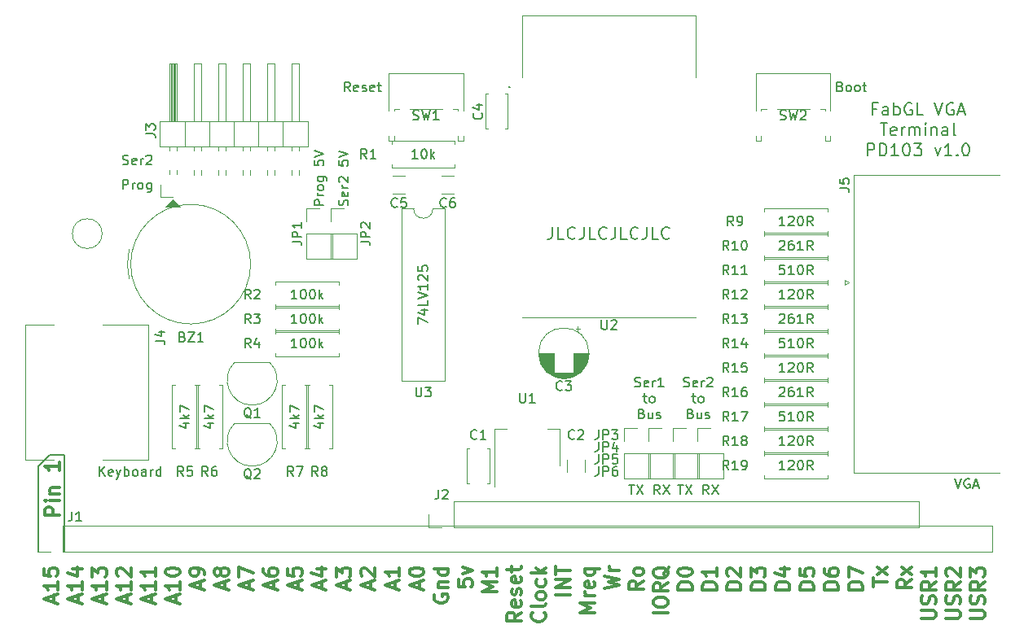
<source format=gbr>
%TF.GenerationSoftware,KiCad,Pcbnew,(5.1.6)-1*%
%TF.CreationDate,2020-12-02T01:08:57-08:00*%
%TF.ProjectId,rc-fabgl,72632d66-6162-4676-9c2e-6b696361645f,rev?*%
%TF.SameCoordinates,PX9157080PY9071968*%
%TF.FileFunction,Legend,Top*%
%TF.FilePolarity,Positive*%
%FSLAX46Y46*%
G04 Gerber Fmt 4.6, Leading zero omitted, Abs format (unit mm)*
G04 Created by KiCad (PCBNEW (5.1.6)-1) date 2020-12-02 01:08:57*
%MOMM*%
%LPD*%
G01*
G04 APERTURE LIST*
%ADD10C,0.100000*%
%ADD11C,0.150000*%
%ADD12C,0.203200*%
%ADD13C,0.300000*%
%ADD14C,0.200000*%
%ADD15C,0.120000*%
G04 APERTURE END LIST*
D10*
G36*
X14732000Y36144200D02*
G01*
X13208000Y36144200D01*
X13970000Y36906200D01*
X14732000Y36144200D01*
G37*
X14732000Y36144200D02*
X13208000Y36144200D01*
X13970000Y36906200D01*
X14732000Y36144200D01*
D11*
X8777023Y37977820D02*
X8777023Y38977820D01*
X9157976Y38977820D01*
X9253214Y38930200D01*
X9300833Y38882581D01*
X9348452Y38787343D01*
X9348452Y38644486D01*
X9300833Y38549248D01*
X9253214Y38501629D01*
X9157976Y38454010D01*
X8777023Y38454010D01*
X9777023Y37977820D02*
X9777023Y38644486D01*
X9777023Y38454010D02*
X9824642Y38549248D01*
X9872261Y38596867D01*
X9967500Y38644486D01*
X10062738Y38644486D01*
X10538928Y37977820D02*
X10443690Y38025439D01*
X10396071Y38073058D01*
X10348452Y38168296D01*
X10348452Y38454010D01*
X10396071Y38549248D01*
X10443690Y38596867D01*
X10538928Y38644486D01*
X10681785Y38644486D01*
X10777023Y38596867D01*
X10824642Y38549248D01*
X10872261Y38454010D01*
X10872261Y38168296D01*
X10824642Y38073058D01*
X10777023Y38025439D01*
X10681785Y37977820D01*
X10538928Y37977820D01*
X11729404Y38644486D02*
X11729404Y37834962D01*
X11681785Y37739724D01*
X11634166Y37692105D01*
X11538928Y37644486D01*
X11396071Y37644486D01*
X11300833Y37692105D01*
X11729404Y38025439D02*
X11634166Y37977820D01*
X11443690Y37977820D01*
X11348452Y38025439D01*
X11300833Y38073058D01*
X11253214Y38168296D01*
X11253214Y38454010D01*
X11300833Y38549248D01*
X11348452Y38596867D01*
X11443690Y38644486D01*
X11634166Y38644486D01*
X11729404Y38596867D01*
X8777023Y40565439D02*
X8919880Y40517820D01*
X9157976Y40517820D01*
X9253214Y40565439D01*
X9300833Y40613058D01*
X9348452Y40708296D01*
X9348452Y40803534D01*
X9300833Y40898772D01*
X9253214Y40946391D01*
X9157976Y40994010D01*
X8967500Y41041629D01*
X8872261Y41089248D01*
X8824642Y41136867D01*
X8777023Y41232105D01*
X8777023Y41327343D01*
X8824642Y41422581D01*
X8872261Y41470200D01*
X8967500Y41517820D01*
X9205595Y41517820D01*
X9348452Y41470200D01*
X10157976Y40565439D02*
X10062738Y40517820D01*
X9872261Y40517820D01*
X9777023Y40565439D01*
X9729404Y40660677D01*
X9729404Y41041629D01*
X9777023Y41136867D01*
X9872261Y41184486D01*
X10062738Y41184486D01*
X10157976Y41136867D01*
X10205595Y41041629D01*
X10205595Y40946391D01*
X9729404Y40851153D01*
X10634166Y40517820D02*
X10634166Y41184486D01*
X10634166Y40994010D02*
X10681785Y41089248D01*
X10729404Y41136867D01*
X10824642Y41184486D01*
X10919880Y41184486D01*
X11205595Y41422581D02*
X11253214Y41470200D01*
X11348452Y41517820D01*
X11586547Y41517820D01*
X11681785Y41470200D01*
X11729404Y41422581D01*
X11777023Y41327343D01*
X11777023Y41232105D01*
X11729404Y41089248D01*
X11157976Y40517820D01*
X11777023Y40517820D01*
D12*
X87115952Y46344115D02*
X86692619Y46344115D01*
X86692619Y45678877D02*
X86692619Y46948877D01*
X87297380Y46948877D01*
X88325476Y45678877D02*
X88325476Y46344115D01*
X88265000Y46465067D01*
X88144047Y46525543D01*
X87902142Y46525543D01*
X87781190Y46465067D01*
X88325476Y45739353D02*
X88204523Y45678877D01*
X87902142Y45678877D01*
X87781190Y45739353D01*
X87720714Y45860305D01*
X87720714Y45981258D01*
X87781190Y46102210D01*
X87902142Y46162686D01*
X88204523Y46162686D01*
X88325476Y46223162D01*
X88930238Y45678877D02*
X88930238Y46948877D01*
X88930238Y46465067D02*
X89051190Y46525543D01*
X89293095Y46525543D01*
X89414047Y46465067D01*
X89474523Y46404591D01*
X89535000Y46283639D01*
X89535000Y45920781D01*
X89474523Y45799829D01*
X89414047Y45739353D01*
X89293095Y45678877D01*
X89051190Y45678877D01*
X88930238Y45739353D01*
X90744523Y46888400D02*
X90623571Y46948877D01*
X90442142Y46948877D01*
X90260714Y46888400D01*
X90139761Y46767448D01*
X90079285Y46646496D01*
X90018809Y46404591D01*
X90018809Y46223162D01*
X90079285Y45981258D01*
X90139761Y45860305D01*
X90260714Y45739353D01*
X90442142Y45678877D01*
X90563095Y45678877D01*
X90744523Y45739353D01*
X90805000Y45799829D01*
X90805000Y46223162D01*
X90563095Y46223162D01*
X91954047Y45678877D02*
X91349285Y45678877D01*
X91349285Y46948877D01*
X93163571Y46948877D02*
X93586904Y45678877D01*
X94010238Y46948877D01*
X95098809Y46888400D02*
X94977857Y46948877D01*
X94796428Y46948877D01*
X94615000Y46888400D01*
X94494047Y46767448D01*
X94433571Y46646496D01*
X94373095Y46404591D01*
X94373095Y46223162D01*
X94433571Y45981258D01*
X94494047Y45860305D01*
X94615000Y45739353D01*
X94796428Y45678877D01*
X94917380Y45678877D01*
X95098809Y45739353D01*
X95159285Y45799829D01*
X95159285Y46223162D01*
X94917380Y46223162D01*
X95643095Y46041734D02*
X96247857Y46041734D01*
X95522142Y45678877D02*
X95945476Y46948877D01*
X96368809Y45678877D01*
X87509047Y44840677D02*
X88234761Y44840677D01*
X87871904Y43570677D02*
X87871904Y44840677D01*
X89141904Y43631153D02*
X89020952Y43570677D01*
X88779047Y43570677D01*
X88658095Y43631153D01*
X88597619Y43752105D01*
X88597619Y44235915D01*
X88658095Y44356867D01*
X88779047Y44417343D01*
X89020952Y44417343D01*
X89141904Y44356867D01*
X89202380Y44235915D01*
X89202380Y44114962D01*
X88597619Y43994010D01*
X89746666Y43570677D02*
X89746666Y44417343D01*
X89746666Y44175439D02*
X89807142Y44296391D01*
X89867619Y44356867D01*
X89988571Y44417343D01*
X90109523Y44417343D01*
X90532857Y43570677D02*
X90532857Y44417343D01*
X90532857Y44296391D02*
X90593333Y44356867D01*
X90714285Y44417343D01*
X90895714Y44417343D01*
X91016666Y44356867D01*
X91077142Y44235915D01*
X91077142Y43570677D01*
X91077142Y44235915D02*
X91137619Y44356867D01*
X91258571Y44417343D01*
X91440000Y44417343D01*
X91560952Y44356867D01*
X91621428Y44235915D01*
X91621428Y43570677D01*
X92226190Y43570677D02*
X92226190Y44417343D01*
X92226190Y44840677D02*
X92165714Y44780200D01*
X92226190Y44719724D01*
X92286666Y44780200D01*
X92226190Y44840677D01*
X92226190Y44719724D01*
X92830952Y44417343D02*
X92830952Y43570677D01*
X92830952Y44296391D02*
X92891428Y44356867D01*
X93012380Y44417343D01*
X93193809Y44417343D01*
X93314761Y44356867D01*
X93375238Y44235915D01*
X93375238Y43570677D01*
X94524285Y43570677D02*
X94524285Y44235915D01*
X94463809Y44356867D01*
X94342857Y44417343D01*
X94100952Y44417343D01*
X93980000Y44356867D01*
X94524285Y43631153D02*
X94403333Y43570677D01*
X94100952Y43570677D01*
X93980000Y43631153D01*
X93919523Y43752105D01*
X93919523Y43873058D01*
X93980000Y43994010D01*
X94100952Y44054486D01*
X94403333Y44054486D01*
X94524285Y44114962D01*
X95310476Y43570677D02*
X95189523Y43631153D01*
X95129047Y43752105D01*
X95129047Y44840677D01*
X86178571Y41462477D02*
X86178571Y42732477D01*
X86662380Y42732477D01*
X86783333Y42672000D01*
X86843809Y42611524D01*
X86904285Y42490572D01*
X86904285Y42309143D01*
X86843809Y42188191D01*
X86783333Y42127715D01*
X86662380Y42067239D01*
X86178571Y42067239D01*
X87448571Y41462477D02*
X87448571Y42732477D01*
X87750952Y42732477D01*
X87932380Y42672000D01*
X88053333Y42551048D01*
X88113809Y42430096D01*
X88174285Y42188191D01*
X88174285Y42006762D01*
X88113809Y41764858D01*
X88053333Y41643905D01*
X87932380Y41522953D01*
X87750952Y41462477D01*
X87448571Y41462477D01*
X89383809Y41462477D02*
X88658095Y41462477D01*
X89020952Y41462477D02*
X89020952Y42732477D01*
X88900000Y42551048D01*
X88779047Y42430096D01*
X88658095Y42369620D01*
X90170000Y42732477D02*
X90290952Y42732477D01*
X90411904Y42672000D01*
X90472380Y42611524D01*
X90532857Y42490572D01*
X90593333Y42248667D01*
X90593333Y41946286D01*
X90532857Y41704381D01*
X90472380Y41583429D01*
X90411904Y41522953D01*
X90290952Y41462477D01*
X90170000Y41462477D01*
X90049047Y41522953D01*
X89988571Y41583429D01*
X89928095Y41704381D01*
X89867619Y41946286D01*
X89867619Y42248667D01*
X89928095Y42490572D01*
X89988571Y42611524D01*
X90049047Y42672000D01*
X90170000Y42732477D01*
X91016666Y42732477D02*
X91802857Y42732477D01*
X91379523Y42248667D01*
X91560952Y42248667D01*
X91681904Y42188191D01*
X91742380Y42127715D01*
X91802857Y42006762D01*
X91802857Y41704381D01*
X91742380Y41583429D01*
X91681904Y41522953D01*
X91560952Y41462477D01*
X91198095Y41462477D01*
X91077142Y41522953D01*
X91016666Y41583429D01*
X93193809Y42309143D02*
X93496190Y41462477D01*
X93798571Y42309143D01*
X94947619Y41462477D02*
X94221904Y41462477D01*
X94584761Y41462477D02*
X94584761Y42732477D01*
X94463809Y42551048D01*
X94342857Y42430096D01*
X94221904Y42369620D01*
X95491904Y41583429D02*
X95552380Y41522953D01*
X95491904Y41462477D01*
X95431428Y41522953D01*
X95491904Y41583429D01*
X95491904Y41462477D01*
X96338571Y42732477D02*
X96459523Y42732477D01*
X96580476Y42672000D01*
X96640952Y42611524D01*
X96701428Y42490572D01*
X96761904Y42248667D01*
X96761904Y41946286D01*
X96701428Y41704381D01*
X96640952Y41583429D01*
X96580476Y41522953D01*
X96459523Y41462477D01*
X96338571Y41462477D01*
X96217619Y41522953D01*
X96157142Y41583429D01*
X96096666Y41704381D01*
X96036190Y41946286D01*
X96036190Y42248667D01*
X96096666Y42490572D01*
X96157142Y42611524D01*
X96217619Y42672000D01*
X96338571Y42732477D01*
D11*
X53433809Y34045677D02*
X53433809Y33138534D01*
X53373333Y32957105D01*
X53252380Y32836153D01*
X53070952Y32775677D01*
X52950000Y32775677D01*
X54643333Y32775677D02*
X54038571Y32775677D01*
X54038571Y34045677D01*
X55792380Y32896629D02*
X55731904Y32836153D01*
X55550476Y32775677D01*
X55429523Y32775677D01*
X55248095Y32836153D01*
X55127142Y32957105D01*
X55066666Y33078058D01*
X55006190Y33319962D01*
X55006190Y33501391D01*
X55066666Y33743296D01*
X55127142Y33864248D01*
X55248095Y33985200D01*
X55429523Y34045677D01*
X55550476Y34045677D01*
X55731904Y33985200D01*
X55792380Y33924724D01*
X56699523Y34045677D02*
X56699523Y33138534D01*
X56639047Y32957105D01*
X56518095Y32836153D01*
X56336666Y32775677D01*
X56215714Y32775677D01*
X57909047Y32775677D02*
X57304285Y32775677D01*
X57304285Y34045677D01*
X59058095Y32896629D02*
X58997619Y32836153D01*
X58816190Y32775677D01*
X58695238Y32775677D01*
X58513809Y32836153D01*
X58392857Y32957105D01*
X58332380Y33078058D01*
X58271904Y33319962D01*
X58271904Y33501391D01*
X58332380Y33743296D01*
X58392857Y33864248D01*
X58513809Y33985200D01*
X58695238Y34045677D01*
X58816190Y34045677D01*
X58997619Y33985200D01*
X59058095Y33924724D01*
X59965238Y34045677D02*
X59965238Y33138534D01*
X59904761Y32957105D01*
X59783809Y32836153D01*
X59602380Y32775677D01*
X59481428Y32775677D01*
X61174761Y32775677D02*
X60570000Y32775677D01*
X60570000Y34045677D01*
X62323809Y32896629D02*
X62263333Y32836153D01*
X62081904Y32775677D01*
X61960952Y32775677D01*
X61779523Y32836153D01*
X61658571Y32957105D01*
X61598095Y33078058D01*
X61537619Y33319962D01*
X61537619Y33501391D01*
X61598095Y33743296D01*
X61658571Y33864248D01*
X61779523Y33985200D01*
X61960952Y34045677D01*
X62081904Y34045677D01*
X62263333Y33985200D01*
X62323809Y33924724D01*
X63230952Y34045677D02*
X63230952Y33138534D01*
X63170476Y32957105D01*
X63049523Y32836153D01*
X62868095Y32775677D01*
X62747142Y32775677D01*
X64440476Y32775677D02*
X63835714Y32775677D01*
X63835714Y34045677D01*
X65589523Y32896629D02*
X65529047Y32836153D01*
X65347619Y32775677D01*
X65226666Y32775677D01*
X65045238Y32836153D01*
X64924285Y32957105D01*
X64863809Y33078058D01*
X64803333Y33319962D01*
X64803333Y33501391D01*
X64863809Y33743296D01*
X64924285Y33864248D01*
X65045238Y33985200D01*
X65226666Y34045677D01*
X65347619Y34045677D01*
X65529047Y33985200D01*
X65589523Y33924724D01*
X66460952Y7227820D02*
X67032380Y7227820D01*
X66746666Y6227820D02*
X66746666Y7227820D01*
X67270476Y7227820D02*
X67937142Y6227820D01*
X67937142Y7227820D02*
X67270476Y6227820D01*
X69651428Y6227820D02*
X69318095Y6704010D01*
X69080000Y6227820D02*
X69080000Y7227820D01*
X69460952Y7227820D01*
X69556190Y7180200D01*
X69603809Y7132581D01*
X69651428Y7037343D01*
X69651428Y6894486D01*
X69603809Y6799248D01*
X69556190Y6751629D01*
X69460952Y6704010D01*
X69080000Y6704010D01*
X69984761Y7227820D02*
X70651428Y6227820D01*
X70651428Y7227820D02*
X69984761Y6227820D01*
X61380952Y7227820D02*
X61952380Y7227820D01*
X61666666Y6227820D02*
X61666666Y7227820D01*
X62190476Y7227820D02*
X62857142Y6227820D01*
X62857142Y7227820D02*
X62190476Y6227820D01*
X64571428Y6227820D02*
X64238095Y6704010D01*
X64000000Y6227820D02*
X64000000Y7227820D01*
X64380952Y7227820D01*
X64476190Y7180200D01*
X64523809Y7132581D01*
X64571428Y7037343D01*
X64571428Y6894486D01*
X64523809Y6799248D01*
X64476190Y6751629D01*
X64380952Y6704010D01*
X64000000Y6704010D01*
X64904761Y7227820D02*
X65571428Y6227820D01*
X65571428Y7227820D02*
X64904761Y6227820D01*
X67080000Y17450439D02*
X67222857Y17402820D01*
X67460952Y17402820D01*
X67556190Y17450439D01*
X67603809Y17498058D01*
X67651428Y17593296D01*
X67651428Y17688534D01*
X67603809Y17783772D01*
X67556190Y17831391D01*
X67460952Y17879010D01*
X67270476Y17926629D01*
X67175238Y17974248D01*
X67127619Y18021867D01*
X67080000Y18117105D01*
X67080000Y18212343D01*
X67127619Y18307581D01*
X67175238Y18355200D01*
X67270476Y18402820D01*
X67508571Y18402820D01*
X67651428Y18355200D01*
X68460952Y17450439D02*
X68365714Y17402820D01*
X68175238Y17402820D01*
X68080000Y17450439D01*
X68032380Y17545677D01*
X68032380Y17926629D01*
X68080000Y18021867D01*
X68175238Y18069486D01*
X68365714Y18069486D01*
X68460952Y18021867D01*
X68508571Y17926629D01*
X68508571Y17831391D01*
X68032380Y17736153D01*
X68937142Y17402820D02*
X68937142Y18069486D01*
X68937142Y17879010D02*
X68984761Y17974248D01*
X69032380Y18021867D01*
X69127619Y18069486D01*
X69222857Y18069486D01*
X69508571Y18307581D02*
X69556190Y18355200D01*
X69651428Y18402820D01*
X69889523Y18402820D01*
X69984761Y18355200D01*
X70032380Y18307581D01*
X70080000Y18212343D01*
X70080000Y18117105D01*
X70032380Y17974248D01*
X69460952Y17402820D01*
X70080000Y17402820D01*
X67937142Y16419486D02*
X68318095Y16419486D01*
X68080000Y16752820D02*
X68080000Y15895677D01*
X68127619Y15800439D01*
X68222857Y15752820D01*
X68318095Y15752820D01*
X68794285Y15752820D02*
X68699047Y15800439D01*
X68651428Y15848058D01*
X68603809Y15943296D01*
X68603809Y16229010D01*
X68651428Y16324248D01*
X68699047Y16371867D01*
X68794285Y16419486D01*
X68937142Y16419486D01*
X69032380Y16371867D01*
X69080000Y16324248D01*
X69127619Y16229010D01*
X69127619Y15943296D01*
X69080000Y15848058D01*
X69032380Y15800439D01*
X68937142Y15752820D01*
X68794285Y15752820D01*
X67794285Y14626629D02*
X67937142Y14579010D01*
X67984761Y14531391D01*
X68032380Y14436153D01*
X68032380Y14293296D01*
X67984761Y14198058D01*
X67937142Y14150439D01*
X67841904Y14102820D01*
X67460952Y14102820D01*
X67460952Y15102820D01*
X67794285Y15102820D01*
X67889523Y15055200D01*
X67937142Y15007581D01*
X67984761Y14912343D01*
X67984761Y14817105D01*
X67937142Y14721867D01*
X67889523Y14674248D01*
X67794285Y14626629D01*
X67460952Y14626629D01*
X68889523Y14769486D02*
X68889523Y14102820D01*
X68460952Y14769486D02*
X68460952Y14245677D01*
X68508571Y14150439D01*
X68603809Y14102820D01*
X68746666Y14102820D01*
X68841904Y14150439D01*
X68889523Y14198058D01*
X69318095Y14150439D02*
X69413333Y14102820D01*
X69603809Y14102820D01*
X69699047Y14150439D01*
X69746666Y14245677D01*
X69746666Y14293296D01*
X69699047Y14388534D01*
X69603809Y14436153D01*
X69460952Y14436153D01*
X69365714Y14483772D01*
X69318095Y14579010D01*
X69318095Y14626629D01*
X69365714Y14721867D01*
X69460952Y14769486D01*
X69603809Y14769486D01*
X69699047Y14721867D01*
X62000000Y17450439D02*
X62142857Y17402820D01*
X62380952Y17402820D01*
X62476190Y17450439D01*
X62523809Y17498058D01*
X62571428Y17593296D01*
X62571428Y17688534D01*
X62523809Y17783772D01*
X62476190Y17831391D01*
X62380952Y17879010D01*
X62190476Y17926629D01*
X62095238Y17974248D01*
X62047619Y18021867D01*
X62000000Y18117105D01*
X62000000Y18212343D01*
X62047619Y18307581D01*
X62095238Y18355200D01*
X62190476Y18402820D01*
X62428571Y18402820D01*
X62571428Y18355200D01*
X63380952Y17450439D02*
X63285714Y17402820D01*
X63095238Y17402820D01*
X63000000Y17450439D01*
X62952380Y17545677D01*
X62952380Y17926629D01*
X63000000Y18021867D01*
X63095238Y18069486D01*
X63285714Y18069486D01*
X63380952Y18021867D01*
X63428571Y17926629D01*
X63428571Y17831391D01*
X62952380Y17736153D01*
X63857142Y17402820D02*
X63857142Y18069486D01*
X63857142Y17879010D02*
X63904761Y17974248D01*
X63952380Y18021867D01*
X64047619Y18069486D01*
X64142857Y18069486D01*
X65000000Y17402820D02*
X64428571Y17402820D01*
X64714285Y17402820D02*
X64714285Y18402820D01*
X64619047Y18259962D01*
X64523809Y18164724D01*
X64428571Y18117105D01*
X62857142Y16419486D02*
X63238095Y16419486D01*
X63000000Y16752820D02*
X63000000Y15895677D01*
X63047619Y15800439D01*
X63142857Y15752820D01*
X63238095Y15752820D01*
X63714285Y15752820D02*
X63619047Y15800439D01*
X63571428Y15848058D01*
X63523809Y15943296D01*
X63523809Y16229010D01*
X63571428Y16324248D01*
X63619047Y16371867D01*
X63714285Y16419486D01*
X63857142Y16419486D01*
X63952380Y16371867D01*
X64000000Y16324248D01*
X64047619Y16229010D01*
X64047619Y15943296D01*
X64000000Y15848058D01*
X63952380Y15800439D01*
X63857142Y15752820D01*
X63714285Y15752820D01*
X62714285Y14626629D02*
X62857142Y14579010D01*
X62904761Y14531391D01*
X62952380Y14436153D01*
X62952380Y14293296D01*
X62904761Y14198058D01*
X62857142Y14150439D01*
X62761904Y14102820D01*
X62380952Y14102820D01*
X62380952Y15102820D01*
X62714285Y15102820D01*
X62809523Y15055200D01*
X62857142Y15007581D01*
X62904761Y14912343D01*
X62904761Y14817105D01*
X62857142Y14721867D01*
X62809523Y14674248D01*
X62714285Y14626629D01*
X62380952Y14626629D01*
X63809523Y14769486D02*
X63809523Y14102820D01*
X63380952Y14769486D02*
X63380952Y14245677D01*
X63428571Y14150439D01*
X63523809Y14102820D01*
X63666666Y14102820D01*
X63761904Y14150439D01*
X63809523Y14198058D01*
X64238095Y14150439D02*
X64333333Y14102820D01*
X64523809Y14102820D01*
X64619047Y14150439D01*
X64666666Y14245677D01*
X64666666Y14293296D01*
X64619047Y14388534D01*
X64523809Y14436153D01*
X64380952Y14436153D01*
X64285714Y14483772D01*
X64238095Y14579010D01*
X64238095Y14626629D01*
X64285714Y14721867D01*
X64380952Y14769486D01*
X64523809Y14769486D01*
X64619047Y14721867D01*
D13*
X1613333Y-4991942D02*
X1613333Y-4277657D01*
X2039047Y-5134800D02*
X549047Y-4634800D01*
X2039047Y-4134800D01*
X2039047Y-2849085D02*
X2039047Y-3706228D01*
X2039047Y-3277657D02*
X549047Y-3277657D01*
X761904Y-3420514D01*
X903809Y-3563371D01*
X974761Y-3706228D01*
X549047Y-1491942D02*
X549047Y-2206228D01*
X1258571Y-2277657D01*
X1187619Y-2206228D01*
X1116666Y-2063371D01*
X1116666Y-1706228D01*
X1187619Y-1563371D01*
X1258571Y-1491942D01*
X1400476Y-1420514D01*
X1755238Y-1420514D01*
X1897142Y-1491942D01*
X1968095Y-1563371D01*
X2039047Y-1706228D01*
X2039047Y-2063371D01*
X1968095Y-2206228D01*
X1897142Y-2277657D01*
X4148333Y-4991942D02*
X4148333Y-4277657D01*
X4574047Y-5134800D02*
X3084047Y-4634800D01*
X4574047Y-4134800D01*
X4574047Y-2849085D02*
X4574047Y-3706228D01*
X4574047Y-3277657D02*
X3084047Y-3277657D01*
X3296904Y-3420514D01*
X3438809Y-3563371D01*
X3509761Y-3706228D01*
X3580714Y-1563371D02*
X4574047Y-1563371D01*
X3013095Y-1920514D02*
X4077380Y-2277657D01*
X4077380Y-1349085D01*
X6683333Y-4991942D02*
X6683333Y-4277657D01*
X7109047Y-5134800D02*
X5619047Y-4634800D01*
X7109047Y-4134800D01*
X7109047Y-2849085D02*
X7109047Y-3706228D01*
X7109047Y-3277657D02*
X5619047Y-3277657D01*
X5831904Y-3420514D01*
X5973809Y-3563371D01*
X6044761Y-3706228D01*
X5619047Y-2349085D02*
X5619047Y-1420514D01*
X6186666Y-1920514D01*
X6186666Y-1706228D01*
X6257619Y-1563371D01*
X6328571Y-1491942D01*
X6470476Y-1420514D01*
X6825238Y-1420514D01*
X6967142Y-1491942D01*
X7038095Y-1563371D01*
X7109047Y-1706228D01*
X7109047Y-2134800D01*
X7038095Y-2277657D01*
X6967142Y-2349085D01*
X9218333Y-4991942D02*
X9218333Y-4277657D01*
X9644047Y-5134800D02*
X8154047Y-4634800D01*
X9644047Y-4134800D01*
X9644047Y-2849085D02*
X9644047Y-3706228D01*
X9644047Y-3277657D02*
X8154047Y-3277657D01*
X8366904Y-3420514D01*
X8508809Y-3563371D01*
X8579761Y-3706228D01*
X8295952Y-2277657D02*
X8225000Y-2206228D01*
X8154047Y-2063371D01*
X8154047Y-1706228D01*
X8225000Y-1563371D01*
X8295952Y-1491942D01*
X8437857Y-1420514D01*
X8579761Y-1420514D01*
X8792619Y-1491942D01*
X9644047Y-2349085D01*
X9644047Y-1420514D01*
X11753333Y-4991942D02*
X11753333Y-4277657D01*
X12179047Y-5134800D02*
X10689047Y-4634800D01*
X12179047Y-4134800D01*
X12179047Y-2849085D02*
X12179047Y-3706228D01*
X12179047Y-3277657D02*
X10689047Y-3277657D01*
X10901904Y-3420514D01*
X11043809Y-3563371D01*
X11114761Y-3706228D01*
X12179047Y-1420514D02*
X12179047Y-2277657D01*
X12179047Y-1849085D02*
X10689047Y-1849085D01*
X10901904Y-1991942D01*
X11043809Y-2134800D01*
X11114761Y-2277657D01*
X14288333Y-4991942D02*
X14288333Y-4277657D01*
X14714047Y-5134800D02*
X13224047Y-4634800D01*
X14714047Y-4134800D01*
X14714047Y-2849085D02*
X14714047Y-3706228D01*
X14714047Y-3277657D02*
X13224047Y-3277657D01*
X13436904Y-3420514D01*
X13578809Y-3563371D01*
X13649761Y-3706228D01*
X13224047Y-1920514D02*
X13224047Y-1777657D01*
X13295000Y-1634800D01*
X13365952Y-1563371D01*
X13507857Y-1491942D01*
X13791666Y-1420514D01*
X14146428Y-1420514D01*
X14430238Y-1491942D01*
X14572142Y-1563371D01*
X14643095Y-1634800D01*
X14714047Y-1777657D01*
X14714047Y-1920514D01*
X14643095Y-2063371D01*
X14572142Y-2134800D01*
X14430238Y-2206228D01*
X14146428Y-2277657D01*
X13791666Y-2277657D01*
X13507857Y-2206228D01*
X13365952Y-2134800D01*
X13295000Y-2063371D01*
X13224047Y-1920514D01*
X16823333Y-3563371D02*
X16823333Y-2849085D01*
X17249047Y-3706228D02*
X15759047Y-3206228D01*
X17249047Y-2706228D01*
X17249047Y-2134800D02*
X17249047Y-1849085D01*
X17178095Y-1706228D01*
X17107142Y-1634800D01*
X16894285Y-1491942D01*
X16610476Y-1420514D01*
X16042857Y-1420514D01*
X15900952Y-1491942D01*
X15830000Y-1563371D01*
X15759047Y-1706228D01*
X15759047Y-1991942D01*
X15830000Y-2134800D01*
X15900952Y-2206228D01*
X16042857Y-2277657D01*
X16397619Y-2277657D01*
X16539523Y-2206228D01*
X16610476Y-2134800D01*
X16681428Y-1991942D01*
X16681428Y-1706228D01*
X16610476Y-1563371D01*
X16539523Y-1491942D01*
X16397619Y-1420514D01*
X19358333Y-3563371D02*
X19358333Y-2849085D01*
X19784047Y-3706228D02*
X18294047Y-3206228D01*
X19784047Y-2706228D01*
X18932619Y-1991942D02*
X18861666Y-2134800D01*
X18790714Y-2206228D01*
X18648809Y-2277657D01*
X18577857Y-2277657D01*
X18435952Y-2206228D01*
X18365000Y-2134800D01*
X18294047Y-1991942D01*
X18294047Y-1706228D01*
X18365000Y-1563371D01*
X18435952Y-1491942D01*
X18577857Y-1420514D01*
X18648809Y-1420514D01*
X18790714Y-1491942D01*
X18861666Y-1563371D01*
X18932619Y-1706228D01*
X18932619Y-1991942D01*
X19003571Y-2134800D01*
X19074523Y-2206228D01*
X19216428Y-2277657D01*
X19500238Y-2277657D01*
X19642142Y-2206228D01*
X19713095Y-2134800D01*
X19784047Y-1991942D01*
X19784047Y-1706228D01*
X19713095Y-1563371D01*
X19642142Y-1491942D01*
X19500238Y-1420514D01*
X19216428Y-1420514D01*
X19074523Y-1491942D01*
X19003571Y-1563371D01*
X18932619Y-1706228D01*
X21893333Y-3563371D02*
X21893333Y-2849085D01*
X22319047Y-3706228D02*
X20829047Y-3206228D01*
X22319047Y-2706228D01*
X20829047Y-2349085D02*
X20829047Y-1349085D01*
X22319047Y-1991942D01*
X24428333Y-3563371D02*
X24428333Y-2849085D01*
X24854047Y-3706228D02*
X23364047Y-3206228D01*
X24854047Y-2706228D01*
X23364047Y-1563371D02*
X23364047Y-1849085D01*
X23435000Y-1991942D01*
X23505952Y-2063371D01*
X23718809Y-2206228D01*
X24002619Y-2277657D01*
X24570238Y-2277657D01*
X24712142Y-2206228D01*
X24783095Y-2134800D01*
X24854047Y-1991942D01*
X24854047Y-1706228D01*
X24783095Y-1563371D01*
X24712142Y-1491942D01*
X24570238Y-1420514D01*
X24215476Y-1420514D01*
X24073571Y-1491942D01*
X24002619Y-1563371D01*
X23931666Y-1706228D01*
X23931666Y-1991942D01*
X24002619Y-2134800D01*
X24073571Y-2206228D01*
X24215476Y-2277657D01*
X26963333Y-3563371D02*
X26963333Y-2849085D01*
X27389047Y-3706228D02*
X25899047Y-3206228D01*
X27389047Y-2706228D01*
X25899047Y-1491942D02*
X25899047Y-2206228D01*
X26608571Y-2277657D01*
X26537619Y-2206228D01*
X26466666Y-2063371D01*
X26466666Y-1706228D01*
X26537619Y-1563371D01*
X26608571Y-1491942D01*
X26750476Y-1420514D01*
X27105238Y-1420514D01*
X27247142Y-1491942D01*
X27318095Y-1563371D01*
X27389047Y-1706228D01*
X27389047Y-2063371D01*
X27318095Y-2206228D01*
X27247142Y-2277657D01*
X29498333Y-3563371D02*
X29498333Y-2849085D01*
X29924047Y-3706228D02*
X28434047Y-3206228D01*
X29924047Y-2706228D01*
X28930714Y-1563371D02*
X29924047Y-1563371D01*
X28363095Y-1920514D02*
X29427380Y-2277657D01*
X29427380Y-1349085D01*
X32033333Y-3563371D02*
X32033333Y-2849085D01*
X32459047Y-3706228D02*
X30969047Y-3206228D01*
X32459047Y-2706228D01*
X30969047Y-2349085D02*
X30969047Y-1420514D01*
X31536666Y-1920514D01*
X31536666Y-1706228D01*
X31607619Y-1563371D01*
X31678571Y-1491942D01*
X31820476Y-1420514D01*
X32175238Y-1420514D01*
X32317142Y-1491942D01*
X32388095Y-1563371D01*
X32459047Y-1706228D01*
X32459047Y-2134800D01*
X32388095Y-2277657D01*
X32317142Y-2349085D01*
X34568333Y-3563371D02*
X34568333Y-2849085D01*
X34994047Y-3706228D02*
X33504047Y-3206228D01*
X34994047Y-2706228D01*
X33645952Y-2277657D02*
X33575000Y-2206228D01*
X33504047Y-2063371D01*
X33504047Y-1706228D01*
X33575000Y-1563371D01*
X33645952Y-1491942D01*
X33787857Y-1420514D01*
X33929761Y-1420514D01*
X34142619Y-1491942D01*
X34994047Y-2349085D01*
X34994047Y-1420514D01*
X37103333Y-3563371D02*
X37103333Y-2849085D01*
X37529047Y-3706228D02*
X36039047Y-3206228D01*
X37529047Y-2706228D01*
X37529047Y-1420514D02*
X37529047Y-2277657D01*
X37529047Y-1849085D02*
X36039047Y-1849085D01*
X36251904Y-1991942D01*
X36393809Y-2134800D01*
X36464761Y-2277657D01*
X39638333Y-3563371D02*
X39638333Y-2849085D01*
X40064047Y-3706228D02*
X38574047Y-3206228D01*
X40064047Y-2706228D01*
X38574047Y-1920514D02*
X38574047Y-1777657D01*
X38645000Y-1634800D01*
X38715952Y-1563371D01*
X38857857Y-1491942D01*
X39141666Y-1420514D01*
X39496428Y-1420514D01*
X39780238Y-1491942D01*
X39922142Y-1563371D01*
X39993095Y-1634800D01*
X40064047Y-1777657D01*
X40064047Y-1920514D01*
X39993095Y-2063371D01*
X39922142Y-2134800D01*
X39780238Y-2206228D01*
X39496428Y-2277657D01*
X39141666Y-2277657D01*
X38857857Y-2206228D01*
X38715952Y-2134800D01*
X38645000Y-2063371D01*
X38574047Y-1920514D01*
X41180000Y-4206228D02*
X41109047Y-4349085D01*
X41109047Y-4563371D01*
X41180000Y-4777657D01*
X41321904Y-4920514D01*
X41463809Y-4991942D01*
X41747619Y-5063371D01*
X41960476Y-5063371D01*
X42244285Y-4991942D01*
X42386190Y-4920514D01*
X42528095Y-4777657D01*
X42599047Y-4563371D01*
X42599047Y-4420514D01*
X42528095Y-4206228D01*
X42457142Y-4134800D01*
X41960476Y-4134800D01*
X41960476Y-4420514D01*
X41605714Y-3491942D02*
X42599047Y-3491942D01*
X41747619Y-3491942D02*
X41676666Y-3420514D01*
X41605714Y-3277657D01*
X41605714Y-3063371D01*
X41676666Y-2920514D01*
X41818571Y-2849085D01*
X42599047Y-2849085D01*
X42599047Y-1491942D02*
X41109047Y-1491942D01*
X42528095Y-1491942D02*
X42599047Y-1634800D01*
X42599047Y-1920514D01*
X42528095Y-2063371D01*
X42457142Y-2134800D01*
X42315238Y-2206228D01*
X41889523Y-2206228D01*
X41747619Y-2134800D01*
X41676666Y-2063371D01*
X41605714Y-1920514D01*
X41605714Y-1634800D01*
X41676666Y-1491942D01*
X43644047Y-2634800D02*
X43644047Y-3349085D01*
X44353571Y-3420514D01*
X44282619Y-3349085D01*
X44211666Y-3206228D01*
X44211666Y-2849085D01*
X44282619Y-2706228D01*
X44353571Y-2634800D01*
X44495476Y-2563371D01*
X44850238Y-2563371D01*
X44992142Y-2634800D01*
X45063095Y-2706228D01*
X45134047Y-2849085D01*
X45134047Y-3206228D01*
X45063095Y-3349085D01*
X44992142Y-3420514D01*
X44140714Y-2063371D02*
X45134047Y-1706228D01*
X44140714Y-1349085D01*
X47669047Y-3920514D02*
X46179047Y-3920514D01*
X47243333Y-3420514D01*
X46179047Y-2920514D01*
X47669047Y-2920514D01*
X47669047Y-1420514D02*
X47669047Y-2277657D01*
X47669047Y-1849085D02*
X46179047Y-1849085D01*
X46391904Y-1991942D01*
X46533809Y-2134800D01*
X46604761Y-2277657D01*
X50204047Y-6063371D02*
X49494523Y-6563371D01*
X50204047Y-6920514D02*
X48714047Y-6920514D01*
X48714047Y-6349085D01*
X48785000Y-6206228D01*
X48855952Y-6134800D01*
X48997857Y-6063371D01*
X49210714Y-6063371D01*
X49352619Y-6134800D01*
X49423571Y-6206228D01*
X49494523Y-6349085D01*
X49494523Y-6920514D01*
X50133095Y-4849085D02*
X50204047Y-4991942D01*
X50204047Y-5277657D01*
X50133095Y-5420514D01*
X49991190Y-5491942D01*
X49423571Y-5491942D01*
X49281666Y-5420514D01*
X49210714Y-5277657D01*
X49210714Y-4991942D01*
X49281666Y-4849085D01*
X49423571Y-4777657D01*
X49565476Y-4777657D01*
X49707380Y-5491942D01*
X50133095Y-4206228D02*
X50204047Y-4063371D01*
X50204047Y-3777657D01*
X50133095Y-3634800D01*
X49991190Y-3563371D01*
X49920238Y-3563371D01*
X49778333Y-3634800D01*
X49707380Y-3777657D01*
X49707380Y-3991942D01*
X49636428Y-4134800D01*
X49494523Y-4206228D01*
X49423571Y-4206228D01*
X49281666Y-4134800D01*
X49210714Y-3991942D01*
X49210714Y-3777657D01*
X49281666Y-3634800D01*
X50133095Y-2349085D02*
X50204047Y-2491942D01*
X50204047Y-2777657D01*
X50133095Y-2920514D01*
X49991190Y-2991942D01*
X49423571Y-2991942D01*
X49281666Y-2920514D01*
X49210714Y-2777657D01*
X49210714Y-2491942D01*
X49281666Y-2349085D01*
X49423571Y-2277657D01*
X49565476Y-2277657D01*
X49707380Y-2991942D01*
X49210714Y-1849085D02*
X49210714Y-1277657D01*
X48714047Y-1634800D02*
X49991190Y-1634800D01*
X50133095Y-1563371D01*
X50204047Y-1420514D01*
X50204047Y-1277657D01*
X52597142Y-6063371D02*
X52668095Y-6134800D01*
X52739047Y-6349085D01*
X52739047Y-6491942D01*
X52668095Y-6706228D01*
X52526190Y-6849085D01*
X52384285Y-6920514D01*
X52100476Y-6991942D01*
X51887619Y-6991942D01*
X51603809Y-6920514D01*
X51461904Y-6849085D01*
X51320000Y-6706228D01*
X51249047Y-6491942D01*
X51249047Y-6349085D01*
X51320000Y-6134800D01*
X51390952Y-6063371D01*
X52739047Y-5206228D02*
X52668095Y-5349085D01*
X52526190Y-5420514D01*
X51249047Y-5420514D01*
X52739047Y-4420514D02*
X52668095Y-4563371D01*
X52597142Y-4634800D01*
X52455238Y-4706228D01*
X52029523Y-4706228D01*
X51887619Y-4634800D01*
X51816666Y-4563371D01*
X51745714Y-4420514D01*
X51745714Y-4206228D01*
X51816666Y-4063371D01*
X51887619Y-3991942D01*
X52029523Y-3920514D01*
X52455238Y-3920514D01*
X52597142Y-3991942D01*
X52668095Y-4063371D01*
X52739047Y-4206228D01*
X52739047Y-4420514D01*
X52668095Y-2634800D02*
X52739047Y-2777657D01*
X52739047Y-3063371D01*
X52668095Y-3206228D01*
X52597142Y-3277657D01*
X52455238Y-3349085D01*
X52029523Y-3349085D01*
X51887619Y-3277657D01*
X51816666Y-3206228D01*
X51745714Y-3063371D01*
X51745714Y-2777657D01*
X51816666Y-2634800D01*
X52739047Y-1991942D02*
X51249047Y-1991942D01*
X52171428Y-1849085D02*
X52739047Y-1420514D01*
X51745714Y-1420514D02*
X52313333Y-1991942D01*
X55274047Y-4206228D02*
X53784047Y-4206228D01*
X55274047Y-3491942D02*
X53784047Y-3491942D01*
X55274047Y-2634800D01*
X53784047Y-2634800D01*
X53784047Y-2134800D02*
X53784047Y-1277657D01*
X55274047Y-1706228D02*
X53784047Y-1706228D01*
X57809047Y-6063371D02*
X56319047Y-6063371D01*
X57383333Y-5563371D01*
X56319047Y-5063371D01*
X57809047Y-5063371D01*
X57809047Y-4349085D02*
X56815714Y-4349085D01*
X57099523Y-4349085D02*
X56957619Y-4277657D01*
X56886666Y-4206228D01*
X56815714Y-4063371D01*
X56815714Y-3920514D01*
X57738095Y-2849085D02*
X57809047Y-2991942D01*
X57809047Y-3277657D01*
X57738095Y-3420514D01*
X57596190Y-3491942D01*
X57028571Y-3491942D01*
X56886666Y-3420514D01*
X56815714Y-3277657D01*
X56815714Y-2991942D01*
X56886666Y-2849085D01*
X57028571Y-2777657D01*
X57170476Y-2777657D01*
X57312380Y-3491942D01*
X56815714Y-1491942D02*
X58305714Y-1491942D01*
X57738095Y-1491942D02*
X57809047Y-1634800D01*
X57809047Y-1920514D01*
X57738095Y-2063371D01*
X57667142Y-2134800D01*
X57525238Y-2206228D01*
X57099523Y-2206228D01*
X56957619Y-2134800D01*
X56886666Y-2063371D01*
X56815714Y-1920514D01*
X56815714Y-1634800D01*
X56886666Y-1491942D01*
X58854047Y-3563371D02*
X60344047Y-3206228D01*
X59279761Y-2920514D01*
X60344047Y-2634800D01*
X58854047Y-2277657D01*
X60344047Y-1706228D02*
X59350714Y-1706228D01*
X59634523Y-1706228D02*
X59492619Y-1634800D01*
X59421666Y-1563371D01*
X59350714Y-1420514D01*
X59350714Y-1277657D01*
X62879047Y-2777657D02*
X62169523Y-3277657D01*
X62879047Y-3634800D02*
X61389047Y-3634800D01*
X61389047Y-3063371D01*
X61460000Y-2920514D01*
X61530952Y-2849085D01*
X61672857Y-2777657D01*
X61885714Y-2777657D01*
X62027619Y-2849085D01*
X62098571Y-2920514D01*
X62169523Y-3063371D01*
X62169523Y-3634800D01*
X62879047Y-1920514D02*
X62808095Y-2063371D01*
X62737142Y-2134800D01*
X62595238Y-2206228D01*
X62169523Y-2206228D01*
X62027619Y-2134800D01*
X61956666Y-2063371D01*
X61885714Y-1920514D01*
X61885714Y-1706228D01*
X61956666Y-1563371D01*
X62027619Y-1491942D01*
X62169523Y-1420514D01*
X62595238Y-1420514D01*
X62737142Y-1491942D01*
X62808095Y-1563371D01*
X62879047Y-1706228D01*
X62879047Y-1920514D01*
X65414047Y-6134800D02*
X63924047Y-6134800D01*
X63924047Y-5134800D02*
X63924047Y-4849085D01*
X63995000Y-4706228D01*
X64136904Y-4563371D01*
X64420714Y-4491942D01*
X64917380Y-4491942D01*
X65201190Y-4563371D01*
X65343095Y-4706228D01*
X65414047Y-4849085D01*
X65414047Y-5134800D01*
X65343095Y-5277657D01*
X65201190Y-5420514D01*
X64917380Y-5491942D01*
X64420714Y-5491942D01*
X64136904Y-5420514D01*
X63995000Y-5277657D01*
X63924047Y-5134800D01*
X65414047Y-2991942D02*
X64704523Y-3491942D01*
X65414047Y-3849085D02*
X63924047Y-3849085D01*
X63924047Y-3277657D01*
X63995000Y-3134800D01*
X64065952Y-3063371D01*
X64207857Y-2991942D01*
X64420714Y-2991942D01*
X64562619Y-3063371D01*
X64633571Y-3134800D01*
X64704523Y-3277657D01*
X64704523Y-3849085D01*
X65555952Y-1349085D02*
X65485000Y-1491942D01*
X65343095Y-1634800D01*
X65130238Y-1849085D01*
X65059285Y-1991942D01*
X65059285Y-2134800D01*
X65414047Y-2063371D02*
X65343095Y-2206228D01*
X65201190Y-2349085D01*
X64917380Y-2420514D01*
X64420714Y-2420514D01*
X64136904Y-2349085D01*
X63995000Y-2206228D01*
X63924047Y-2063371D01*
X63924047Y-1777657D01*
X63995000Y-1634800D01*
X64136904Y-1491942D01*
X64420714Y-1420514D01*
X64917380Y-1420514D01*
X65201190Y-1491942D01*
X65343095Y-1634800D01*
X65414047Y-1777657D01*
X65414047Y-2063371D01*
X67949047Y-3706228D02*
X66459047Y-3706228D01*
X66459047Y-3349085D01*
X66530000Y-3134800D01*
X66671904Y-2991942D01*
X66813809Y-2920514D01*
X67097619Y-2849085D01*
X67310476Y-2849085D01*
X67594285Y-2920514D01*
X67736190Y-2991942D01*
X67878095Y-3134800D01*
X67949047Y-3349085D01*
X67949047Y-3706228D01*
X66459047Y-1920514D02*
X66459047Y-1777657D01*
X66530000Y-1634800D01*
X66600952Y-1563371D01*
X66742857Y-1491942D01*
X67026666Y-1420514D01*
X67381428Y-1420514D01*
X67665238Y-1491942D01*
X67807142Y-1563371D01*
X67878095Y-1634800D01*
X67949047Y-1777657D01*
X67949047Y-1920514D01*
X67878095Y-2063371D01*
X67807142Y-2134800D01*
X67665238Y-2206228D01*
X67381428Y-2277657D01*
X67026666Y-2277657D01*
X66742857Y-2206228D01*
X66600952Y-2134800D01*
X66530000Y-2063371D01*
X66459047Y-1920514D01*
X70484047Y-3706228D02*
X68994047Y-3706228D01*
X68994047Y-3349085D01*
X69065000Y-3134800D01*
X69206904Y-2991942D01*
X69348809Y-2920514D01*
X69632619Y-2849085D01*
X69845476Y-2849085D01*
X70129285Y-2920514D01*
X70271190Y-2991942D01*
X70413095Y-3134800D01*
X70484047Y-3349085D01*
X70484047Y-3706228D01*
X70484047Y-1420514D02*
X70484047Y-2277657D01*
X70484047Y-1849085D02*
X68994047Y-1849085D01*
X69206904Y-1991942D01*
X69348809Y-2134800D01*
X69419761Y-2277657D01*
X73019047Y-3706228D02*
X71529047Y-3706228D01*
X71529047Y-3349085D01*
X71600000Y-3134800D01*
X71741904Y-2991942D01*
X71883809Y-2920514D01*
X72167619Y-2849085D01*
X72380476Y-2849085D01*
X72664285Y-2920514D01*
X72806190Y-2991942D01*
X72948095Y-3134800D01*
X73019047Y-3349085D01*
X73019047Y-3706228D01*
X71670952Y-2277657D02*
X71600000Y-2206228D01*
X71529047Y-2063371D01*
X71529047Y-1706228D01*
X71600000Y-1563371D01*
X71670952Y-1491942D01*
X71812857Y-1420514D01*
X71954761Y-1420514D01*
X72167619Y-1491942D01*
X73019047Y-2349085D01*
X73019047Y-1420514D01*
X75554047Y-3706228D02*
X74064047Y-3706228D01*
X74064047Y-3349085D01*
X74135000Y-3134800D01*
X74276904Y-2991942D01*
X74418809Y-2920514D01*
X74702619Y-2849085D01*
X74915476Y-2849085D01*
X75199285Y-2920514D01*
X75341190Y-2991942D01*
X75483095Y-3134800D01*
X75554047Y-3349085D01*
X75554047Y-3706228D01*
X74064047Y-2349085D02*
X74064047Y-1420514D01*
X74631666Y-1920514D01*
X74631666Y-1706228D01*
X74702619Y-1563371D01*
X74773571Y-1491942D01*
X74915476Y-1420514D01*
X75270238Y-1420514D01*
X75412142Y-1491942D01*
X75483095Y-1563371D01*
X75554047Y-1706228D01*
X75554047Y-2134800D01*
X75483095Y-2277657D01*
X75412142Y-2349085D01*
X78089047Y-3706228D02*
X76599047Y-3706228D01*
X76599047Y-3349085D01*
X76670000Y-3134800D01*
X76811904Y-2991942D01*
X76953809Y-2920514D01*
X77237619Y-2849085D01*
X77450476Y-2849085D01*
X77734285Y-2920514D01*
X77876190Y-2991942D01*
X78018095Y-3134800D01*
X78089047Y-3349085D01*
X78089047Y-3706228D01*
X77095714Y-1563371D02*
X78089047Y-1563371D01*
X76528095Y-1920514D02*
X77592380Y-2277657D01*
X77592380Y-1349085D01*
X80624047Y-3706228D02*
X79134047Y-3706228D01*
X79134047Y-3349085D01*
X79205000Y-3134800D01*
X79346904Y-2991942D01*
X79488809Y-2920514D01*
X79772619Y-2849085D01*
X79985476Y-2849085D01*
X80269285Y-2920514D01*
X80411190Y-2991942D01*
X80553095Y-3134800D01*
X80624047Y-3349085D01*
X80624047Y-3706228D01*
X79134047Y-1491942D02*
X79134047Y-2206228D01*
X79843571Y-2277657D01*
X79772619Y-2206228D01*
X79701666Y-2063371D01*
X79701666Y-1706228D01*
X79772619Y-1563371D01*
X79843571Y-1491942D01*
X79985476Y-1420514D01*
X80340238Y-1420514D01*
X80482142Y-1491942D01*
X80553095Y-1563371D01*
X80624047Y-1706228D01*
X80624047Y-2063371D01*
X80553095Y-2206228D01*
X80482142Y-2277657D01*
X83159047Y-3706228D02*
X81669047Y-3706228D01*
X81669047Y-3349085D01*
X81740000Y-3134800D01*
X81881904Y-2991942D01*
X82023809Y-2920514D01*
X82307619Y-2849085D01*
X82520476Y-2849085D01*
X82804285Y-2920514D01*
X82946190Y-2991942D01*
X83088095Y-3134800D01*
X83159047Y-3349085D01*
X83159047Y-3706228D01*
X81669047Y-1563371D02*
X81669047Y-1849085D01*
X81740000Y-1991942D01*
X81810952Y-2063371D01*
X82023809Y-2206228D01*
X82307619Y-2277657D01*
X82875238Y-2277657D01*
X83017142Y-2206228D01*
X83088095Y-2134800D01*
X83159047Y-1991942D01*
X83159047Y-1706228D01*
X83088095Y-1563371D01*
X83017142Y-1491942D01*
X82875238Y-1420514D01*
X82520476Y-1420514D01*
X82378571Y-1491942D01*
X82307619Y-1563371D01*
X82236666Y-1706228D01*
X82236666Y-1991942D01*
X82307619Y-2134800D01*
X82378571Y-2206228D01*
X82520476Y-2277657D01*
X85694047Y-3706228D02*
X84204047Y-3706228D01*
X84204047Y-3349085D01*
X84275000Y-3134800D01*
X84416904Y-2991942D01*
X84558809Y-2920514D01*
X84842619Y-2849085D01*
X85055476Y-2849085D01*
X85339285Y-2920514D01*
X85481190Y-2991942D01*
X85623095Y-3134800D01*
X85694047Y-3349085D01*
X85694047Y-3706228D01*
X84204047Y-2349085D02*
X84204047Y-1349085D01*
X85694047Y-1991942D01*
X86739047Y-3349085D02*
X86739047Y-2491942D01*
X88229047Y-2920514D02*
X86739047Y-2920514D01*
X88229047Y-2134800D02*
X87235714Y-1349085D01*
X87235714Y-2134800D02*
X88229047Y-1349085D01*
X90764047Y-2634800D02*
X90054523Y-3134800D01*
X90764047Y-3491942D02*
X89274047Y-3491942D01*
X89274047Y-2920514D01*
X89345000Y-2777657D01*
X89415952Y-2706228D01*
X89557857Y-2634800D01*
X89770714Y-2634800D01*
X89912619Y-2706228D01*
X89983571Y-2777657D01*
X90054523Y-2920514D01*
X90054523Y-3491942D01*
X90764047Y-2134800D02*
X89770714Y-1349085D01*
X89770714Y-2134800D02*
X90764047Y-1349085D01*
X91809047Y-6706228D02*
X93015238Y-6706228D01*
X93157142Y-6634800D01*
X93228095Y-6563371D01*
X93299047Y-6420514D01*
X93299047Y-6134800D01*
X93228095Y-5991942D01*
X93157142Y-5920514D01*
X93015238Y-5849085D01*
X91809047Y-5849085D01*
X93228095Y-5206228D02*
X93299047Y-4991942D01*
X93299047Y-4634800D01*
X93228095Y-4491942D01*
X93157142Y-4420514D01*
X93015238Y-4349085D01*
X92873333Y-4349085D01*
X92731428Y-4420514D01*
X92660476Y-4491942D01*
X92589523Y-4634800D01*
X92518571Y-4920514D01*
X92447619Y-5063371D01*
X92376666Y-5134800D01*
X92234761Y-5206228D01*
X92092857Y-5206228D01*
X91950952Y-5134800D01*
X91880000Y-5063371D01*
X91809047Y-4920514D01*
X91809047Y-4563371D01*
X91880000Y-4349085D01*
X93299047Y-2849085D02*
X92589523Y-3349085D01*
X93299047Y-3706228D02*
X91809047Y-3706228D01*
X91809047Y-3134800D01*
X91880000Y-2991942D01*
X91950952Y-2920514D01*
X92092857Y-2849085D01*
X92305714Y-2849085D01*
X92447619Y-2920514D01*
X92518571Y-2991942D01*
X92589523Y-3134800D01*
X92589523Y-3706228D01*
X93299047Y-1420514D02*
X93299047Y-2277657D01*
X93299047Y-1849085D02*
X91809047Y-1849085D01*
X92021904Y-1991942D01*
X92163809Y-2134800D01*
X92234761Y-2277657D01*
X94344047Y-6706228D02*
X95550238Y-6706228D01*
X95692142Y-6634800D01*
X95763095Y-6563371D01*
X95834047Y-6420514D01*
X95834047Y-6134800D01*
X95763095Y-5991942D01*
X95692142Y-5920514D01*
X95550238Y-5849085D01*
X94344047Y-5849085D01*
X95763095Y-5206228D02*
X95834047Y-4991942D01*
X95834047Y-4634800D01*
X95763095Y-4491942D01*
X95692142Y-4420514D01*
X95550238Y-4349085D01*
X95408333Y-4349085D01*
X95266428Y-4420514D01*
X95195476Y-4491942D01*
X95124523Y-4634800D01*
X95053571Y-4920514D01*
X94982619Y-5063371D01*
X94911666Y-5134800D01*
X94769761Y-5206228D01*
X94627857Y-5206228D01*
X94485952Y-5134800D01*
X94415000Y-5063371D01*
X94344047Y-4920514D01*
X94344047Y-4563371D01*
X94415000Y-4349085D01*
X95834047Y-2849085D02*
X95124523Y-3349085D01*
X95834047Y-3706228D02*
X94344047Y-3706228D01*
X94344047Y-3134800D01*
X94415000Y-2991942D01*
X94485952Y-2920514D01*
X94627857Y-2849085D01*
X94840714Y-2849085D01*
X94982619Y-2920514D01*
X95053571Y-2991942D01*
X95124523Y-3134800D01*
X95124523Y-3706228D01*
X94485952Y-2277657D02*
X94415000Y-2206228D01*
X94344047Y-2063371D01*
X94344047Y-1706228D01*
X94415000Y-1563371D01*
X94485952Y-1491942D01*
X94627857Y-1420514D01*
X94769761Y-1420514D01*
X94982619Y-1491942D01*
X95834047Y-2349085D01*
X95834047Y-1420514D01*
X96879047Y-6706228D02*
X98085238Y-6706228D01*
X98227142Y-6634800D01*
X98298095Y-6563371D01*
X98369047Y-6420514D01*
X98369047Y-6134800D01*
X98298095Y-5991942D01*
X98227142Y-5920514D01*
X98085238Y-5849085D01*
X96879047Y-5849085D01*
X98298095Y-5206228D02*
X98369047Y-4991942D01*
X98369047Y-4634800D01*
X98298095Y-4491942D01*
X98227142Y-4420514D01*
X98085238Y-4349085D01*
X97943333Y-4349085D01*
X97801428Y-4420514D01*
X97730476Y-4491942D01*
X97659523Y-4634800D01*
X97588571Y-4920514D01*
X97517619Y-5063371D01*
X97446666Y-5134800D01*
X97304761Y-5206228D01*
X97162857Y-5206228D01*
X97020952Y-5134800D01*
X96950000Y-5063371D01*
X96879047Y-4920514D01*
X96879047Y-4563371D01*
X96950000Y-4349085D01*
X98369047Y-2849085D02*
X97659523Y-3349085D01*
X98369047Y-3706228D02*
X96879047Y-3706228D01*
X96879047Y-3134800D01*
X96950000Y-2991942D01*
X97020952Y-2920514D01*
X97162857Y-2849085D01*
X97375714Y-2849085D01*
X97517619Y-2920514D01*
X97588571Y-2991942D01*
X97659523Y-3134800D01*
X97659523Y-3706228D01*
X96879047Y-2349085D02*
X96879047Y-1420514D01*
X97446666Y-1920514D01*
X97446666Y-1706228D01*
X97517619Y-1563371D01*
X97588571Y-1491942D01*
X97730476Y-1420514D01*
X98085238Y-1420514D01*
X98227142Y-1491942D01*
X98298095Y-1563371D01*
X98369047Y-1706228D01*
X98369047Y-2134800D01*
X98298095Y-2277657D01*
X98227142Y-2349085D01*
D14*
X2743200Y10345420D02*
X2743200Y233680D01*
X1173480Y10345420D02*
X2743200Y10345420D01*
X-7620Y9164320D02*
X1173480Y10345420D01*
X-7620Y233680D02*
X-7620Y9164320D01*
D13*
X2207651Y4049735D02*
X707651Y4049735D01*
X707651Y4621163D01*
X779080Y4764020D01*
X850508Y4835449D01*
X993365Y4906878D01*
X1207651Y4906878D01*
X1350508Y4835449D01*
X1421937Y4764020D01*
X1493365Y4621163D01*
X1493365Y4049735D01*
X2207651Y5549735D02*
X1207651Y5549735D01*
X707651Y5549735D02*
X779080Y5478306D01*
X850508Y5549735D01*
X779080Y5621163D01*
X707651Y5549735D01*
X850508Y5549735D01*
X1207651Y6264020D02*
X2207651Y6264020D01*
X1350508Y6264020D02*
X1279080Y6335449D01*
X1207651Y6478306D01*
X1207651Y6692592D01*
X1279080Y6835449D01*
X1421937Y6906878D01*
X2207651Y6906878D01*
X2207651Y9549735D02*
X2207651Y8692592D01*
X2207651Y9121163D02*
X707651Y9121163D01*
X921937Y8978306D01*
X1064794Y8835449D01*
X1136222Y8692592D01*
D15*
%TO.C,J3*%
X12640000Y42410200D02*
X28000000Y42410200D01*
X28000000Y42410200D02*
X28000000Y45070200D01*
X28000000Y45070200D02*
X12640000Y45070200D01*
X12640000Y45070200D02*
X12640000Y42410200D01*
X13590000Y45070200D02*
X13590000Y51070200D01*
X13590000Y51070200D02*
X14350000Y51070200D01*
X14350000Y51070200D02*
X14350000Y45070200D01*
X13650000Y45070200D02*
X13650000Y51070200D01*
X13770000Y45070200D02*
X13770000Y51070200D01*
X13890000Y45070200D02*
X13890000Y51070200D01*
X14010000Y45070200D02*
X14010000Y51070200D01*
X14130000Y45070200D02*
X14130000Y51070200D01*
X14250000Y45070200D02*
X14250000Y51070200D01*
X13590000Y42013129D02*
X13590000Y42410200D01*
X14350000Y42013129D02*
X14350000Y42410200D01*
X13590000Y39540200D02*
X13590000Y39927271D01*
X14350000Y39540200D02*
X14350000Y39927271D01*
X15240000Y42410200D02*
X15240000Y45070200D01*
X16130000Y45070200D02*
X16130000Y51070200D01*
X16130000Y51070200D02*
X16890000Y51070200D01*
X16890000Y51070200D02*
X16890000Y45070200D01*
X16130000Y42013129D02*
X16130000Y42410200D01*
X16890000Y42013129D02*
X16890000Y42410200D01*
X16130000Y39473129D02*
X16130000Y39927271D01*
X16890000Y39473129D02*
X16890000Y39927271D01*
X17780000Y42410200D02*
X17780000Y45070200D01*
X18670000Y45070200D02*
X18670000Y51070200D01*
X18670000Y51070200D02*
X19430000Y51070200D01*
X19430000Y51070200D02*
X19430000Y45070200D01*
X18670000Y42013129D02*
X18670000Y42410200D01*
X19430000Y42013129D02*
X19430000Y42410200D01*
X18670000Y39473129D02*
X18670000Y39927271D01*
X19430000Y39473129D02*
X19430000Y39927271D01*
X20320000Y42410200D02*
X20320000Y45070200D01*
X21210000Y45070200D02*
X21210000Y51070200D01*
X21210000Y51070200D02*
X21970000Y51070200D01*
X21970000Y51070200D02*
X21970000Y45070200D01*
X21210000Y42013129D02*
X21210000Y42410200D01*
X21970000Y42013129D02*
X21970000Y42410200D01*
X21210000Y39473129D02*
X21210000Y39927271D01*
X21970000Y39473129D02*
X21970000Y39927271D01*
X22860000Y42410200D02*
X22860000Y45070200D01*
X23750000Y45070200D02*
X23750000Y51070200D01*
X23750000Y51070200D02*
X24510000Y51070200D01*
X24510000Y51070200D02*
X24510000Y45070200D01*
X23750000Y42013129D02*
X23750000Y42410200D01*
X24510000Y42013129D02*
X24510000Y42410200D01*
X23750000Y39473129D02*
X23750000Y39927271D01*
X24510000Y39473129D02*
X24510000Y39927271D01*
X25400000Y42410200D02*
X25400000Y45070200D01*
X26290000Y45070200D02*
X26290000Y51070200D01*
X26290000Y51070200D02*
X27050000Y51070200D01*
X27050000Y51070200D02*
X27050000Y45070200D01*
X26290000Y42013129D02*
X26290000Y42410200D01*
X27050000Y42013129D02*
X27050000Y42410200D01*
X26290000Y39473129D02*
X26290000Y39927271D01*
X27050000Y39473129D02*
X27050000Y39927271D01*
X13970000Y37160200D02*
X12700000Y37160200D01*
X12700000Y37160200D02*
X12700000Y38430200D01*
%TO.C,J5*%
X84258675Y28270200D02*
X83825662Y28020200D01*
X83825662Y28520200D02*
X84258675Y28270200D01*
X83825662Y28020200D02*
X83825662Y28520200D01*
X84720000Y39440200D02*
X99870000Y39440200D01*
X84720000Y8470200D02*
X84720000Y39440200D01*
X99870000Y8470200D02*
X84720000Y8470200D01*
D10*
%TO.C,J4*%
X1572000Y9840200D02*
X-1398000Y9840200D01*
X-1398000Y9840200D02*
X-1398000Y23840200D01*
X-1398000Y23840200D02*
X1572000Y23840200D01*
X6652000Y9840200D02*
X11432000Y9840200D01*
X11432000Y9840200D02*
X11432000Y23600200D01*
X11432000Y23600200D02*
X11432000Y23840200D01*
X11432000Y23840200D02*
X6652000Y23840200D01*
D14*
%TO.C,U2*%
X48900000Y48590200D02*
X48900000Y48590200D01*
X49000000Y48590200D02*
X49000000Y48590200D01*
X48900000Y48590200D02*
X48900000Y48590200D01*
D10*
X50300000Y24630200D02*
X50300000Y24630200D01*
X68300000Y24630200D02*
X50300000Y24630200D01*
X68300000Y24630200D02*
X68300000Y24630200D01*
X50300000Y24630200D02*
X68300000Y24630200D01*
X68300000Y49580200D02*
X68300000Y56030200D01*
X68300000Y49580200D02*
X68300000Y49580200D01*
X68300000Y56030200D02*
X68300000Y49580200D01*
X68300000Y56030200D02*
X68300000Y56030200D01*
X50300000Y56030200D02*
X50300000Y56030200D01*
X68300000Y56030200D02*
X50300000Y56030200D01*
X68300000Y56030200D02*
X68300000Y56030200D01*
X50300000Y56030200D02*
X68300000Y56030200D01*
X50300000Y56030200D02*
X50300000Y49580200D01*
X50300000Y56030200D02*
X50300000Y56030200D01*
X50300000Y49580200D02*
X50300000Y56030200D01*
X50300000Y49580200D02*
X50300000Y49580200D01*
D14*
X49000000Y48590200D02*
G75*
G02*
X48900000Y48590200I-50000J0D01*
G01*
X48900000Y48590200D02*
G75*
G02*
X49000000Y48590200I50000J0D01*
G01*
X49000000Y48590200D02*
G75*
G02*
X48900000Y48590200I-50000J0D01*
G01*
D15*
%TO.C,U3*%
X39005000Y35950200D02*
X37755000Y35950200D01*
X37755000Y35950200D02*
X37755000Y18050200D01*
X37755000Y18050200D02*
X42255000Y18050200D01*
X42255000Y18050200D02*
X42255000Y35950200D01*
X42255000Y35950200D02*
X41005000Y35950200D01*
X41005000Y35950200D02*
G75*
G02*
X39005000Y35950200I-1000000J0D01*
G01*
%TO.C,R19*%
X75470000Y10260200D02*
X75470000Y10590200D01*
X75470000Y10590200D02*
X82010000Y10590200D01*
X82010000Y10590200D02*
X82010000Y10260200D01*
X75470000Y8180200D02*
X75470000Y7850200D01*
X75470000Y7850200D02*
X82010000Y7850200D01*
X82010000Y7850200D02*
X82010000Y8180200D01*
%TO.C,R18*%
X75470000Y12800200D02*
X75470000Y13130200D01*
X75470000Y13130200D02*
X82010000Y13130200D01*
X82010000Y13130200D02*
X82010000Y12800200D01*
X75470000Y10720200D02*
X75470000Y10390200D01*
X75470000Y10390200D02*
X82010000Y10390200D01*
X82010000Y10390200D02*
X82010000Y10720200D01*
%TO.C,R17*%
X75470000Y15340200D02*
X75470000Y15670200D01*
X75470000Y15670200D02*
X82010000Y15670200D01*
X82010000Y15670200D02*
X82010000Y15340200D01*
X75470000Y13260200D02*
X75470000Y12930200D01*
X75470000Y12930200D02*
X82010000Y12930200D01*
X82010000Y12930200D02*
X82010000Y13260200D01*
%TO.C,R16*%
X75470000Y17880200D02*
X75470000Y18210200D01*
X75470000Y18210200D02*
X82010000Y18210200D01*
X82010000Y18210200D02*
X82010000Y17880200D01*
X75470000Y15800200D02*
X75470000Y15470200D01*
X75470000Y15470200D02*
X82010000Y15470200D01*
X82010000Y15470200D02*
X82010000Y15800200D01*
%TO.C,R15*%
X75470000Y20420200D02*
X75470000Y20750200D01*
X75470000Y20750200D02*
X82010000Y20750200D01*
X82010000Y20750200D02*
X82010000Y20420200D01*
X75470000Y18340200D02*
X75470000Y18010200D01*
X75470000Y18010200D02*
X82010000Y18010200D01*
X82010000Y18010200D02*
X82010000Y18340200D01*
%TO.C,R14*%
X75470000Y22960200D02*
X75470000Y23290200D01*
X75470000Y23290200D02*
X82010000Y23290200D01*
X82010000Y23290200D02*
X82010000Y22960200D01*
X75470000Y20880200D02*
X75470000Y20550200D01*
X75470000Y20550200D02*
X82010000Y20550200D01*
X82010000Y20550200D02*
X82010000Y20880200D01*
%TO.C,R13*%
X75470000Y25500200D02*
X75470000Y25830200D01*
X75470000Y25830200D02*
X82010000Y25830200D01*
X82010000Y25830200D02*
X82010000Y25500200D01*
X75470000Y23420200D02*
X75470000Y23090200D01*
X75470000Y23090200D02*
X82010000Y23090200D01*
X82010000Y23090200D02*
X82010000Y23420200D01*
%TO.C,R12*%
X75470000Y28040200D02*
X75470000Y28370200D01*
X75470000Y28370200D02*
X82010000Y28370200D01*
X82010000Y28370200D02*
X82010000Y28040200D01*
X75470000Y25960200D02*
X75470000Y25630200D01*
X75470000Y25630200D02*
X82010000Y25630200D01*
X82010000Y25630200D02*
X82010000Y25960200D01*
%TO.C,R11*%
X75470000Y30580200D02*
X75470000Y30910200D01*
X75470000Y30910200D02*
X82010000Y30910200D01*
X82010000Y30910200D02*
X82010000Y30580200D01*
X75470000Y28500200D02*
X75470000Y28170200D01*
X75470000Y28170200D02*
X82010000Y28170200D01*
X82010000Y28170200D02*
X82010000Y28500200D01*
%TO.C,R10*%
X75470000Y33120200D02*
X75470000Y33450200D01*
X75470000Y33450200D02*
X82010000Y33450200D01*
X82010000Y33450200D02*
X82010000Y33120200D01*
X75470000Y31040200D02*
X75470000Y30710200D01*
X75470000Y30710200D02*
X82010000Y30710200D01*
X82010000Y30710200D02*
X82010000Y31040200D01*
%TO.C,R9*%
X75470000Y35660200D02*
X75470000Y35990200D01*
X75470000Y35990200D02*
X82010000Y35990200D01*
X82010000Y35990200D02*
X82010000Y35660200D01*
X75470000Y33580200D02*
X75470000Y33250200D01*
X75470000Y33250200D02*
X82010000Y33250200D01*
X82010000Y33250200D02*
X82010000Y33580200D01*
%TO.C,R5*%
X14200000Y11030200D02*
X13870000Y11030200D01*
X13870000Y11030200D02*
X13870000Y17570200D01*
X13870000Y17570200D02*
X14200000Y17570200D01*
X16280000Y11030200D02*
X16610000Y11030200D01*
X16610000Y11030200D02*
X16610000Y17570200D01*
X16610000Y17570200D02*
X16280000Y17570200D01*
%TO.C,R6*%
X18820000Y17570200D02*
X19150000Y17570200D01*
X19150000Y17570200D02*
X19150000Y11030200D01*
X19150000Y11030200D02*
X18820000Y11030200D01*
X16740000Y17570200D02*
X16410000Y17570200D01*
X16410000Y17570200D02*
X16410000Y11030200D01*
X16410000Y11030200D02*
X16740000Y11030200D01*
%TO.C,R8*%
X28170000Y11030200D02*
X27840000Y11030200D01*
X27840000Y11030200D02*
X27840000Y17570200D01*
X27840000Y17570200D02*
X28170000Y17570200D01*
X30250000Y11030200D02*
X30580000Y11030200D01*
X30580000Y11030200D02*
X30580000Y17570200D01*
X30580000Y17570200D02*
X30250000Y17570200D01*
%TO.C,R7*%
X27710000Y17570200D02*
X28040000Y17570200D01*
X28040000Y17570200D02*
X28040000Y11030200D01*
X28040000Y11030200D02*
X27710000Y11030200D01*
X25630000Y17570200D02*
X25300000Y17570200D01*
X25300000Y17570200D02*
X25300000Y11030200D01*
X25300000Y11030200D02*
X25630000Y11030200D01*
%TO.C,R2*%
X24670000Y28040200D02*
X24670000Y28370200D01*
X24670000Y28370200D02*
X31210000Y28370200D01*
X31210000Y28370200D02*
X31210000Y28040200D01*
X24670000Y25960200D02*
X24670000Y25630200D01*
X24670000Y25630200D02*
X31210000Y25630200D01*
X31210000Y25630200D02*
X31210000Y25960200D01*
%TO.C,R3*%
X24670000Y25500200D02*
X24670000Y25830200D01*
X24670000Y25830200D02*
X31210000Y25830200D01*
X31210000Y25830200D02*
X31210000Y25500200D01*
X24670000Y23420200D02*
X24670000Y23090200D01*
X24670000Y23090200D02*
X31210000Y23090200D01*
X31210000Y23090200D02*
X31210000Y23420200D01*
%TO.C,R4*%
X24670000Y22960200D02*
X24670000Y23290200D01*
X24670000Y23290200D02*
X31210000Y23290200D01*
X31210000Y23290200D02*
X31210000Y22960200D01*
X24670000Y20880200D02*
X24670000Y20550200D01*
X24670000Y20550200D02*
X31210000Y20550200D01*
X31210000Y20550200D02*
X31210000Y20880200D01*
%TO.C,R1*%
X43275000Y40565200D02*
X43275000Y40235200D01*
X43275000Y40235200D02*
X36735000Y40235200D01*
X36735000Y40235200D02*
X36735000Y40565200D01*
X43275000Y42645200D02*
X43275000Y42975200D01*
X43275000Y42975200D02*
X36735000Y42975200D01*
X36735000Y42975200D02*
X36735000Y42645200D01*
%TO.C,Q1*%
X24025000Y19960200D02*
X20425000Y19960200D01*
X20386522Y19948678D02*
G75*
G03*
X22225000Y15510200I1838478J-1838478D01*
G01*
X24063478Y19948678D02*
G75*
G02*
X22225000Y15510200I-1838478J-1838478D01*
G01*
%TO.C,Q2*%
X24025000Y13610200D02*
X20425000Y13610200D01*
X20386522Y13598678D02*
G75*
G03*
X22225000Y9160200I1838478J-1838478D01*
G01*
X24063478Y13598678D02*
G75*
G02*
X22225000Y9160200I-1838478J-1838478D01*
G01*
%TO.C,JP6*%
X68520000Y7890200D02*
X71180000Y7890200D01*
X68520000Y10490200D02*
X68520000Y7890200D01*
X71180000Y10490200D02*
X71180000Y7890200D01*
X68520000Y10490200D02*
X71180000Y10490200D01*
X68520000Y11760200D02*
X68520000Y13090200D01*
X68520000Y13090200D02*
X69850000Y13090200D01*
%TO.C,JP5*%
X65980000Y7890200D02*
X68640000Y7890200D01*
X65980000Y10490200D02*
X65980000Y7890200D01*
X68640000Y10490200D02*
X68640000Y7890200D01*
X65980000Y10490200D02*
X68640000Y10490200D01*
X65980000Y11760200D02*
X65980000Y13090200D01*
X65980000Y13090200D02*
X67310000Y13090200D01*
%TO.C,JP4*%
X63440000Y7890200D02*
X66100000Y7890200D01*
X63440000Y10490200D02*
X63440000Y7890200D01*
X66100000Y10490200D02*
X66100000Y7890200D01*
X63440000Y10490200D02*
X66100000Y10490200D01*
X63440000Y11760200D02*
X63440000Y13090200D01*
X63440000Y13090200D02*
X64770000Y13090200D01*
%TO.C,JP3*%
X60900000Y7890200D02*
X63560000Y7890200D01*
X60900000Y10490200D02*
X60900000Y7890200D01*
X63560000Y10490200D02*
X63560000Y7890200D01*
X60900000Y10490200D02*
X63560000Y10490200D01*
X60900000Y11760200D02*
X60900000Y13090200D01*
X60900000Y13090200D02*
X62230000Y13090200D01*
%TO.C,JP2*%
X30420000Y30750200D02*
X33080000Y30750200D01*
X30420000Y33350200D02*
X30420000Y30750200D01*
X33080000Y33350200D02*
X33080000Y30750200D01*
X30420000Y33350200D02*
X33080000Y33350200D01*
X30420000Y34620200D02*
X30420000Y35950200D01*
X30420000Y35950200D02*
X31750000Y35950200D01*
%TO.C,C6*%
X43194000Y37510200D02*
X41936000Y37510200D01*
X43194000Y39350200D02*
X41936000Y39350200D01*
%TO.C,C4*%
X48795000Y47890200D02*
X48795000Y44250200D01*
X46455000Y47890200D02*
X46455000Y44250200D01*
X48795000Y47890200D02*
X48550000Y47890200D01*
X46700000Y47890200D02*
X46455000Y47890200D01*
X48795000Y44250200D02*
X48550000Y44250200D01*
X46700000Y44250200D02*
X46455000Y44250200D01*
%TO.C,C3*%
X57230000Y20920200D02*
G75*
G03*
X57230000Y20920200I-2620000J0D01*
G01*
X53570000Y20920200D02*
X52030000Y20920200D01*
X57190000Y20920200D02*
X55650000Y20920200D01*
X53570000Y20880200D02*
X52030000Y20880200D01*
X57190000Y20880200D02*
X55650000Y20880200D01*
X57189000Y20840200D02*
X55650000Y20840200D01*
X53570000Y20840200D02*
X52031000Y20840200D01*
X57188000Y20800200D02*
X55650000Y20800200D01*
X53570000Y20800200D02*
X52032000Y20800200D01*
X57186000Y20760200D02*
X55650000Y20760200D01*
X53570000Y20760200D02*
X52034000Y20760200D01*
X57183000Y20720200D02*
X55650000Y20720200D01*
X53570000Y20720200D02*
X52037000Y20720200D01*
X57179000Y20680200D02*
X55650000Y20680200D01*
X53570000Y20680200D02*
X52041000Y20680200D01*
X57175000Y20640200D02*
X55650000Y20640200D01*
X53570000Y20640200D02*
X52045000Y20640200D01*
X57171000Y20600200D02*
X55650000Y20600200D01*
X53570000Y20600200D02*
X52049000Y20600200D01*
X57166000Y20560200D02*
X55650000Y20560200D01*
X53570000Y20560200D02*
X52054000Y20560200D01*
X57160000Y20520200D02*
X55650000Y20520200D01*
X53570000Y20520200D02*
X52060000Y20520200D01*
X57153000Y20480200D02*
X55650000Y20480200D01*
X53570000Y20480200D02*
X52067000Y20480200D01*
X57146000Y20440200D02*
X55650000Y20440200D01*
X53570000Y20440200D02*
X52074000Y20440200D01*
X57138000Y20400200D02*
X55650000Y20400200D01*
X53570000Y20400200D02*
X52082000Y20400200D01*
X57130000Y20360200D02*
X55650000Y20360200D01*
X53570000Y20360200D02*
X52090000Y20360200D01*
X57121000Y20320200D02*
X55650000Y20320200D01*
X53570000Y20320200D02*
X52099000Y20320200D01*
X57111000Y20280200D02*
X55650000Y20280200D01*
X53570000Y20280200D02*
X52109000Y20280200D01*
X57101000Y20240200D02*
X55650000Y20240200D01*
X53570000Y20240200D02*
X52119000Y20240200D01*
X57090000Y20199200D02*
X55650000Y20199200D01*
X53570000Y20199200D02*
X52130000Y20199200D01*
X57078000Y20159200D02*
X55650000Y20159200D01*
X53570000Y20159200D02*
X52142000Y20159200D01*
X57065000Y20119200D02*
X55650000Y20119200D01*
X53570000Y20119200D02*
X52155000Y20119200D01*
X57052000Y20079200D02*
X55650000Y20079200D01*
X53570000Y20079200D02*
X52168000Y20079200D01*
X57038000Y20039200D02*
X55650000Y20039200D01*
X53570000Y20039200D02*
X52182000Y20039200D01*
X57024000Y19999200D02*
X55650000Y19999200D01*
X53570000Y19999200D02*
X52196000Y19999200D01*
X57008000Y19959200D02*
X55650000Y19959200D01*
X53570000Y19959200D02*
X52212000Y19959200D01*
X56992000Y19919200D02*
X55650000Y19919200D01*
X53570000Y19919200D02*
X52228000Y19919200D01*
X56975000Y19879200D02*
X55650000Y19879200D01*
X53570000Y19879200D02*
X52245000Y19879200D01*
X56958000Y19839200D02*
X55650000Y19839200D01*
X53570000Y19839200D02*
X52262000Y19839200D01*
X56939000Y19799200D02*
X55650000Y19799200D01*
X53570000Y19799200D02*
X52281000Y19799200D01*
X56920000Y19759200D02*
X55650000Y19759200D01*
X53570000Y19759200D02*
X52300000Y19759200D01*
X56900000Y19719200D02*
X55650000Y19719200D01*
X53570000Y19719200D02*
X52320000Y19719200D01*
X56878000Y19679200D02*
X55650000Y19679200D01*
X53570000Y19679200D02*
X52342000Y19679200D01*
X56857000Y19639200D02*
X55650000Y19639200D01*
X53570000Y19639200D02*
X52363000Y19639200D01*
X56834000Y19599200D02*
X55650000Y19599200D01*
X53570000Y19599200D02*
X52386000Y19599200D01*
X56810000Y19559200D02*
X55650000Y19559200D01*
X53570000Y19559200D02*
X52410000Y19559200D01*
X56785000Y19519200D02*
X55650000Y19519200D01*
X53570000Y19519200D02*
X52435000Y19519200D01*
X56759000Y19479200D02*
X55650000Y19479200D01*
X53570000Y19479200D02*
X52461000Y19479200D01*
X56732000Y19439200D02*
X55650000Y19439200D01*
X53570000Y19439200D02*
X52488000Y19439200D01*
X56705000Y19399200D02*
X55650000Y19399200D01*
X53570000Y19399200D02*
X52515000Y19399200D01*
X56675000Y19359200D02*
X55650000Y19359200D01*
X53570000Y19359200D02*
X52545000Y19359200D01*
X56645000Y19319200D02*
X55650000Y19319200D01*
X53570000Y19319200D02*
X52575000Y19319200D01*
X56614000Y19279200D02*
X55650000Y19279200D01*
X53570000Y19279200D02*
X52606000Y19279200D01*
X56581000Y19239200D02*
X55650000Y19239200D01*
X53570000Y19239200D02*
X52639000Y19239200D01*
X56547000Y19199200D02*
X55650000Y19199200D01*
X53570000Y19199200D02*
X52673000Y19199200D01*
X56511000Y19159200D02*
X55650000Y19159200D01*
X53570000Y19159200D02*
X52709000Y19159200D01*
X56474000Y19119200D02*
X55650000Y19119200D01*
X53570000Y19119200D02*
X52746000Y19119200D01*
X56436000Y19079200D02*
X55650000Y19079200D01*
X53570000Y19079200D02*
X52784000Y19079200D01*
X56395000Y19039200D02*
X55650000Y19039200D01*
X53570000Y19039200D02*
X52825000Y19039200D01*
X56353000Y18999200D02*
X55650000Y18999200D01*
X53570000Y18999200D02*
X52867000Y18999200D01*
X56309000Y18959200D02*
X55650000Y18959200D01*
X53570000Y18959200D02*
X52911000Y18959200D01*
X56263000Y18919200D02*
X55650000Y18919200D01*
X53570000Y18919200D02*
X52957000Y18919200D01*
X56215000Y18879200D02*
X53005000Y18879200D01*
X56164000Y18839200D02*
X53056000Y18839200D01*
X56110000Y18799200D02*
X53110000Y18799200D01*
X56053000Y18759200D02*
X53167000Y18759200D01*
X55993000Y18719200D02*
X53227000Y18719200D01*
X55929000Y18679200D02*
X53291000Y18679200D01*
X55861000Y18639200D02*
X53359000Y18639200D01*
X55788000Y18599200D02*
X53432000Y18599200D01*
X55708000Y18559200D02*
X53512000Y18559200D01*
X55621000Y18519200D02*
X53599000Y18519200D01*
X55525000Y18479200D02*
X53695000Y18479200D01*
X55415000Y18439200D02*
X53805000Y18439200D01*
X55287000Y18399200D02*
X53933000Y18399200D01*
X55128000Y18359200D02*
X54092000Y18359200D01*
X54894000Y18319200D02*
X54326000Y18319200D01*
X56085000Y23724975D02*
X56085000Y23224975D01*
X56335000Y23474975D02*
X55835000Y23474975D01*
%TO.C,C1*%
X44550000Y7380200D02*
X44550000Y11020200D01*
X46890000Y7380200D02*
X46890000Y11020200D01*
X44550000Y7380200D02*
X44795000Y7380200D01*
X46645000Y7380200D02*
X46890000Y7380200D01*
X44550000Y11020200D02*
X44795000Y11020200D01*
X46645000Y11020200D02*
X46890000Y11020200D01*
%TO.C,BZ1*%
X22065000Y30175200D02*
G75*
G03*
X22065000Y30175200I-6230000J0D01*
G01*
X9435000Y28675201D02*
G75*
G02*
X9435000Y31675200I6400000J1499999D01*
G01*
%TO.C,SW2*%
X75110000Y46350200D02*
X75110000Y46120200D01*
X74590000Y50020200D02*
X82310000Y50020200D01*
X82310000Y50020200D02*
X82310000Y46120200D01*
X74590000Y43010200D02*
X75110000Y43010200D01*
X74590000Y50020200D02*
X74590000Y46120200D01*
X81790000Y46350200D02*
X81790000Y46120200D01*
X75110000Y43520200D02*
X75110000Y43010200D01*
X74590000Y43520200D02*
X74590000Y43010200D01*
X81250000Y46350200D02*
X81790000Y46350200D01*
X81790000Y43520200D02*
X81790000Y43010200D01*
X81790000Y43010200D02*
X82310000Y43010200D01*
X82310000Y43520200D02*
X82310000Y43010200D01*
X75110000Y46350200D02*
X75650000Y46350200D01*
X76750000Y46350200D02*
X80150000Y46350200D01*
%TO.C,SW1*%
X36955000Y46350200D02*
X36955000Y46120200D01*
X36435000Y50020200D02*
X44155000Y50020200D01*
X44155000Y50020200D02*
X44155000Y46120200D01*
X36435000Y43010200D02*
X36955000Y43010200D01*
X36435000Y50020200D02*
X36435000Y46120200D01*
X43635000Y46350200D02*
X43635000Y46120200D01*
X36955000Y43520200D02*
X36955000Y43010200D01*
X36435000Y43520200D02*
X36435000Y43010200D01*
X43095000Y46350200D02*
X43635000Y46350200D01*
X43635000Y43520200D02*
X43635000Y43010200D01*
X43635000Y43010200D02*
X44155000Y43010200D01*
X44155000Y43520200D02*
X44155000Y43010200D01*
X36955000Y46350200D02*
X37495000Y46350200D01*
X38595000Y46350200D02*
X41995000Y46350200D01*
%TO.C,JP1*%
X27880000Y35950200D02*
X29210000Y35950200D01*
X27880000Y34620200D02*
X27880000Y35950200D01*
X27880000Y33350200D02*
X30540000Y33350200D01*
X30540000Y33350200D02*
X30540000Y30750200D01*
X27880000Y33350200D02*
X27880000Y30750200D01*
X27880000Y30750200D02*
X30540000Y30750200D01*
%TO.C,J2*%
X40580000Y2810200D02*
X40580000Y4140200D01*
X41910000Y2810200D02*
X40580000Y2810200D01*
X43180000Y2810200D02*
X43180000Y5470200D01*
X43180000Y5470200D02*
X91500000Y5470200D01*
X43180000Y2810200D02*
X91500000Y2810200D01*
X91500000Y2810200D02*
X91500000Y5470200D01*
%TO.C,C5*%
X36816000Y37510200D02*
X38074000Y37510200D01*
X36816000Y39350200D02*
X38074000Y39350200D01*
%TO.C,C2*%
X54960000Y8571200D02*
X54960000Y9829200D01*
X56800000Y8571200D02*
X56800000Y9829200D01*
%TO.C,U1*%
X54210000Y13010200D02*
X52950000Y13010200D01*
X47390000Y13010200D02*
X48650000Y13010200D01*
X54210000Y9250200D02*
X54210000Y13010200D01*
X47390000Y7000200D02*
X47390000Y13010200D01*
%TO.C,J1*%
X-60000Y270200D02*
X-60000Y1600200D01*
X1270000Y270200D02*
X-60000Y270200D01*
X2540000Y270200D02*
X2540000Y2930200D01*
X2540000Y2930200D02*
X99120000Y2930200D01*
X2540000Y270200D02*
X99120000Y270200D01*
X99120000Y270200D02*
X99120000Y2930200D01*
%TD*%
D10*
%TO.C,*%
X6630000Y33350200D02*
G75*
G03*
X6630000Y33350200I-1550000J0D01*
G01*
%TD*%
%TO.C,J3*%
D11*
X11152380Y43751867D02*
X11866666Y43751867D01*
X12009523Y43704248D01*
X12104761Y43609010D01*
X12152380Y43466153D01*
X12152380Y43370915D01*
X11152380Y44132820D02*
X11152380Y44751867D01*
X11533333Y44418534D01*
X11533333Y44561391D01*
X11580952Y44656629D01*
X11628571Y44704248D01*
X11723809Y44751867D01*
X11961904Y44751867D01*
X12057142Y44704248D01*
X12104761Y44656629D01*
X12152380Y44561391D01*
X12152380Y44275677D01*
X12104761Y44180439D01*
X12057142Y44132820D01*
%TO.C,J5*%
X83272380Y38096867D02*
X83986666Y38096867D01*
X84129523Y38049248D01*
X84224761Y37954010D01*
X84272380Y37811153D01*
X84272380Y37715915D01*
X83272380Y39049248D02*
X83272380Y38573058D01*
X83748571Y38525439D01*
X83700952Y38573058D01*
X83653333Y38668296D01*
X83653333Y38906391D01*
X83700952Y39001629D01*
X83748571Y39049248D01*
X83843809Y39096867D01*
X84081904Y39096867D01*
X84177142Y39049248D01*
X84224761Y39001629D01*
X84272380Y38906391D01*
X84272380Y38668296D01*
X84224761Y38573058D01*
X84177142Y38525439D01*
X95258095Y7862820D02*
X95591428Y6862820D01*
X95924761Y7862820D01*
X96781904Y7815200D02*
X96686666Y7862820D01*
X96543809Y7862820D01*
X96400952Y7815200D01*
X96305714Y7719962D01*
X96258095Y7624724D01*
X96210476Y7434248D01*
X96210476Y7291391D01*
X96258095Y7100915D01*
X96305714Y7005677D01*
X96400952Y6910439D01*
X96543809Y6862820D01*
X96639047Y6862820D01*
X96781904Y6910439D01*
X96829523Y6958058D01*
X96829523Y7291391D01*
X96639047Y7291391D01*
X97210476Y7148534D02*
X97686666Y7148534D01*
X97115238Y6862820D02*
X97448571Y7862820D01*
X97781904Y6862820D01*
%TO.C,J4*%
X12152380Y22221867D02*
X12866666Y22221867D01*
X13009523Y22174248D01*
X13104761Y22079010D01*
X13152380Y21936153D01*
X13152380Y21840915D01*
X12485714Y23126629D02*
X13152380Y23126629D01*
X12104761Y22888534D02*
X12819047Y22650439D01*
X12819047Y23269486D01*
X6334523Y8132820D02*
X6334523Y9132820D01*
X6905952Y8132820D02*
X6477380Y8704248D01*
X6905952Y9132820D02*
X6334523Y8561391D01*
X7715476Y8180439D02*
X7620238Y8132820D01*
X7429761Y8132820D01*
X7334523Y8180439D01*
X7286904Y8275677D01*
X7286904Y8656629D01*
X7334523Y8751867D01*
X7429761Y8799486D01*
X7620238Y8799486D01*
X7715476Y8751867D01*
X7763095Y8656629D01*
X7763095Y8561391D01*
X7286904Y8466153D01*
X8096428Y8799486D02*
X8334523Y8132820D01*
X8572619Y8799486D02*
X8334523Y8132820D01*
X8239285Y7894724D01*
X8191666Y7847105D01*
X8096428Y7799486D01*
X8953571Y8132820D02*
X8953571Y9132820D01*
X8953571Y8751867D02*
X9048809Y8799486D01*
X9239285Y8799486D01*
X9334523Y8751867D01*
X9382142Y8704248D01*
X9429761Y8609010D01*
X9429761Y8323296D01*
X9382142Y8228058D01*
X9334523Y8180439D01*
X9239285Y8132820D01*
X9048809Y8132820D01*
X8953571Y8180439D01*
X10001190Y8132820D02*
X9905952Y8180439D01*
X9858333Y8228058D01*
X9810714Y8323296D01*
X9810714Y8609010D01*
X9858333Y8704248D01*
X9905952Y8751867D01*
X10001190Y8799486D01*
X10144047Y8799486D01*
X10239285Y8751867D01*
X10286904Y8704248D01*
X10334523Y8609010D01*
X10334523Y8323296D01*
X10286904Y8228058D01*
X10239285Y8180439D01*
X10144047Y8132820D01*
X10001190Y8132820D01*
X11191666Y8132820D02*
X11191666Y8656629D01*
X11144047Y8751867D01*
X11048809Y8799486D01*
X10858333Y8799486D01*
X10763095Y8751867D01*
X11191666Y8180439D02*
X11096428Y8132820D01*
X10858333Y8132820D01*
X10763095Y8180439D01*
X10715476Y8275677D01*
X10715476Y8370915D01*
X10763095Y8466153D01*
X10858333Y8513772D01*
X11096428Y8513772D01*
X11191666Y8561391D01*
X11667857Y8132820D02*
X11667857Y8799486D01*
X11667857Y8609010D02*
X11715476Y8704248D01*
X11763095Y8751867D01*
X11858333Y8799486D01*
X11953571Y8799486D01*
X12715476Y8132820D02*
X12715476Y9132820D01*
X12715476Y8180439D02*
X12620238Y8132820D01*
X12429761Y8132820D01*
X12334523Y8180439D01*
X12286904Y8228058D01*
X12239285Y8323296D01*
X12239285Y8609010D01*
X12286904Y8704248D01*
X12334523Y8751867D01*
X12429761Y8799486D01*
X12620238Y8799486D01*
X12715476Y8751867D01*
%TO.C,U2*%
X58538095Y24372820D02*
X58538095Y23563296D01*
X58585714Y23468058D01*
X58633333Y23420439D01*
X58728571Y23372820D01*
X58919047Y23372820D01*
X59014285Y23420439D01*
X59061904Y23468058D01*
X59109523Y23563296D01*
X59109523Y24372820D01*
X59538095Y24277581D02*
X59585714Y24325200D01*
X59680952Y24372820D01*
X59919047Y24372820D01*
X60014285Y24325200D01*
X60061904Y24277581D01*
X60109523Y24182343D01*
X60109523Y24087105D01*
X60061904Y23944248D01*
X59490476Y23372820D01*
X60109523Y23372820D01*
%TO.C,U3*%
X39243095Y17387820D02*
X39243095Y16578296D01*
X39290714Y16483058D01*
X39338333Y16435439D01*
X39433571Y16387820D01*
X39624047Y16387820D01*
X39719285Y16435439D01*
X39766904Y16483058D01*
X39814523Y16578296D01*
X39814523Y17387820D01*
X40195476Y17387820D02*
X40814523Y17387820D01*
X40481190Y17006867D01*
X40624047Y17006867D01*
X40719285Y16959248D01*
X40766904Y16911629D01*
X40814523Y16816391D01*
X40814523Y16578296D01*
X40766904Y16483058D01*
X40719285Y16435439D01*
X40624047Y16387820D01*
X40338333Y16387820D01*
X40243095Y16435439D01*
X40195476Y16483058D01*
X39457380Y23928772D02*
X39457380Y24595439D01*
X40457380Y24166867D01*
X39790714Y25404962D02*
X40457380Y25404962D01*
X39409761Y25166867D02*
X40124047Y24928772D01*
X40124047Y25547820D01*
X40457380Y26404962D02*
X40457380Y25928772D01*
X39457380Y25928772D01*
X39457380Y26595439D02*
X40457380Y26928772D01*
X39457380Y27262105D01*
X40457380Y28119248D02*
X40457380Y27547820D01*
X40457380Y27833534D02*
X39457380Y27833534D01*
X39600238Y27738296D01*
X39695476Y27643058D01*
X39743095Y27547820D01*
X39552619Y28500200D02*
X39505000Y28547820D01*
X39457380Y28643058D01*
X39457380Y28881153D01*
X39505000Y28976391D01*
X39552619Y29024010D01*
X39647857Y29071629D01*
X39743095Y29071629D01*
X39885952Y29024010D01*
X40457380Y28452581D01*
X40457380Y29071629D01*
X39457380Y29976391D02*
X39457380Y29500200D01*
X39933571Y29452581D01*
X39885952Y29500200D01*
X39838333Y29595439D01*
X39838333Y29833534D01*
X39885952Y29928772D01*
X39933571Y29976391D01*
X40028809Y30024010D01*
X40266904Y30024010D01*
X40362142Y29976391D01*
X40409761Y29928772D01*
X40457380Y29833534D01*
X40457380Y29595439D01*
X40409761Y29500200D01*
X40362142Y29452581D01*
%TO.C,R19*%
X71747142Y8767820D02*
X71413809Y9244010D01*
X71175714Y8767820D02*
X71175714Y9767820D01*
X71556666Y9767820D01*
X71651904Y9720200D01*
X71699523Y9672581D01*
X71747142Y9577343D01*
X71747142Y9434486D01*
X71699523Y9339248D01*
X71651904Y9291629D01*
X71556666Y9244010D01*
X71175714Y9244010D01*
X72699523Y8767820D02*
X72128095Y8767820D01*
X72413809Y8767820D02*
X72413809Y9767820D01*
X72318571Y9624962D01*
X72223333Y9529724D01*
X72128095Y9482105D01*
X73175714Y8767820D02*
X73366190Y8767820D01*
X73461428Y8815439D01*
X73509047Y8863058D01*
X73604285Y9005915D01*
X73651904Y9196391D01*
X73651904Y9577343D01*
X73604285Y9672581D01*
X73556666Y9720200D01*
X73461428Y9767820D01*
X73270952Y9767820D01*
X73175714Y9720200D01*
X73128095Y9672581D01*
X73080476Y9577343D01*
X73080476Y9339248D01*
X73128095Y9244010D01*
X73175714Y9196391D01*
X73270952Y9148772D01*
X73461428Y9148772D01*
X73556666Y9196391D01*
X73604285Y9244010D01*
X73651904Y9339248D01*
X77573333Y8767820D02*
X77001904Y8767820D01*
X77287619Y8767820D02*
X77287619Y9767820D01*
X77192380Y9624962D01*
X77097142Y9529724D01*
X77001904Y9482105D01*
X77954285Y9672581D02*
X78001904Y9720200D01*
X78097142Y9767820D01*
X78335238Y9767820D01*
X78430476Y9720200D01*
X78478095Y9672581D01*
X78525714Y9577343D01*
X78525714Y9482105D01*
X78478095Y9339248D01*
X77906666Y8767820D01*
X78525714Y8767820D01*
X79144761Y9767820D02*
X79240000Y9767820D01*
X79335238Y9720200D01*
X79382857Y9672581D01*
X79430476Y9577343D01*
X79478095Y9386867D01*
X79478095Y9148772D01*
X79430476Y8958296D01*
X79382857Y8863058D01*
X79335238Y8815439D01*
X79240000Y8767820D01*
X79144761Y8767820D01*
X79049523Y8815439D01*
X79001904Y8863058D01*
X78954285Y8958296D01*
X78906666Y9148772D01*
X78906666Y9386867D01*
X78954285Y9577343D01*
X79001904Y9672581D01*
X79049523Y9720200D01*
X79144761Y9767820D01*
X80478095Y8767820D02*
X80144761Y9244010D01*
X79906666Y8767820D02*
X79906666Y9767820D01*
X80287619Y9767820D01*
X80382857Y9720200D01*
X80430476Y9672581D01*
X80478095Y9577343D01*
X80478095Y9434486D01*
X80430476Y9339248D01*
X80382857Y9291629D01*
X80287619Y9244010D01*
X79906666Y9244010D01*
%TO.C,R18*%
X71747142Y11307820D02*
X71413809Y11784010D01*
X71175714Y11307820D02*
X71175714Y12307820D01*
X71556666Y12307820D01*
X71651904Y12260200D01*
X71699523Y12212581D01*
X71747142Y12117343D01*
X71747142Y11974486D01*
X71699523Y11879248D01*
X71651904Y11831629D01*
X71556666Y11784010D01*
X71175714Y11784010D01*
X72699523Y11307820D02*
X72128095Y11307820D01*
X72413809Y11307820D02*
X72413809Y12307820D01*
X72318571Y12164962D01*
X72223333Y12069724D01*
X72128095Y12022105D01*
X73270952Y11879248D02*
X73175714Y11926867D01*
X73128095Y11974486D01*
X73080476Y12069724D01*
X73080476Y12117343D01*
X73128095Y12212581D01*
X73175714Y12260200D01*
X73270952Y12307820D01*
X73461428Y12307820D01*
X73556666Y12260200D01*
X73604285Y12212581D01*
X73651904Y12117343D01*
X73651904Y12069724D01*
X73604285Y11974486D01*
X73556666Y11926867D01*
X73461428Y11879248D01*
X73270952Y11879248D01*
X73175714Y11831629D01*
X73128095Y11784010D01*
X73080476Y11688772D01*
X73080476Y11498296D01*
X73128095Y11403058D01*
X73175714Y11355439D01*
X73270952Y11307820D01*
X73461428Y11307820D01*
X73556666Y11355439D01*
X73604285Y11403058D01*
X73651904Y11498296D01*
X73651904Y11688772D01*
X73604285Y11784010D01*
X73556666Y11831629D01*
X73461428Y11879248D01*
X77573333Y11307820D02*
X77001904Y11307820D01*
X77287619Y11307820D02*
X77287619Y12307820D01*
X77192380Y12164962D01*
X77097142Y12069724D01*
X77001904Y12022105D01*
X77954285Y12212581D02*
X78001904Y12260200D01*
X78097142Y12307820D01*
X78335238Y12307820D01*
X78430476Y12260200D01*
X78478095Y12212581D01*
X78525714Y12117343D01*
X78525714Y12022105D01*
X78478095Y11879248D01*
X77906666Y11307820D01*
X78525714Y11307820D01*
X79144761Y12307820D02*
X79240000Y12307820D01*
X79335238Y12260200D01*
X79382857Y12212581D01*
X79430476Y12117343D01*
X79478095Y11926867D01*
X79478095Y11688772D01*
X79430476Y11498296D01*
X79382857Y11403058D01*
X79335238Y11355439D01*
X79240000Y11307820D01*
X79144761Y11307820D01*
X79049523Y11355439D01*
X79001904Y11403058D01*
X78954285Y11498296D01*
X78906666Y11688772D01*
X78906666Y11926867D01*
X78954285Y12117343D01*
X79001904Y12212581D01*
X79049523Y12260200D01*
X79144761Y12307820D01*
X80478095Y11307820D02*
X80144761Y11784010D01*
X79906666Y11307820D02*
X79906666Y12307820D01*
X80287619Y12307820D01*
X80382857Y12260200D01*
X80430476Y12212581D01*
X80478095Y12117343D01*
X80478095Y11974486D01*
X80430476Y11879248D01*
X80382857Y11831629D01*
X80287619Y11784010D01*
X79906666Y11784010D01*
%TO.C,R17*%
X71747142Y13847820D02*
X71413809Y14324010D01*
X71175714Y13847820D02*
X71175714Y14847820D01*
X71556666Y14847820D01*
X71651904Y14800200D01*
X71699523Y14752581D01*
X71747142Y14657343D01*
X71747142Y14514486D01*
X71699523Y14419248D01*
X71651904Y14371629D01*
X71556666Y14324010D01*
X71175714Y14324010D01*
X72699523Y13847820D02*
X72128095Y13847820D01*
X72413809Y13847820D02*
X72413809Y14847820D01*
X72318571Y14704962D01*
X72223333Y14609724D01*
X72128095Y14562105D01*
X73032857Y14847820D02*
X73699523Y14847820D01*
X73270952Y13847820D01*
X77525714Y14847820D02*
X77049523Y14847820D01*
X77001904Y14371629D01*
X77049523Y14419248D01*
X77144761Y14466867D01*
X77382857Y14466867D01*
X77478095Y14419248D01*
X77525714Y14371629D01*
X77573333Y14276391D01*
X77573333Y14038296D01*
X77525714Y13943058D01*
X77478095Y13895439D01*
X77382857Y13847820D01*
X77144761Y13847820D01*
X77049523Y13895439D01*
X77001904Y13943058D01*
X78525714Y13847820D02*
X77954285Y13847820D01*
X78240000Y13847820D02*
X78240000Y14847820D01*
X78144761Y14704962D01*
X78049523Y14609724D01*
X77954285Y14562105D01*
X79144761Y14847820D02*
X79240000Y14847820D01*
X79335238Y14800200D01*
X79382857Y14752581D01*
X79430476Y14657343D01*
X79478095Y14466867D01*
X79478095Y14228772D01*
X79430476Y14038296D01*
X79382857Y13943058D01*
X79335238Y13895439D01*
X79240000Y13847820D01*
X79144761Y13847820D01*
X79049523Y13895439D01*
X79001904Y13943058D01*
X78954285Y14038296D01*
X78906666Y14228772D01*
X78906666Y14466867D01*
X78954285Y14657343D01*
X79001904Y14752581D01*
X79049523Y14800200D01*
X79144761Y14847820D01*
X80478095Y13847820D02*
X80144761Y14324010D01*
X79906666Y13847820D02*
X79906666Y14847820D01*
X80287619Y14847820D01*
X80382857Y14800200D01*
X80430476Y14752581D01*
X80478095Y14657343D01*
X80478095Y14514486D01*
X80430476Y14419248D01*
X80382857Y14371629D01*
X80287619Y14324010D01*
X79906666Y14324010D01*
%TO.C,R16*%
X71747142Y16387820D02*
X71413809Y16864010D01*
X71175714Y16387820D02*
X71175714Y17387820D01*
X71556666Y17387820D01*
X71651904Y17340200D01*
X71699523Y17292581D01*
X71747142Y17197343D01*
X71747142Y17054486D01*
X71699523Y16959248D01*
X71651904Y16911629D01*
X71556666Y16864010D01*
X71175714Y16864010D01*
X72699523Y16387820D02*
X72128095Y16387820D01*
X72413809Y16387820D02*
X72413809Y17387820D01*
X72318571Y17244962D01*
X72223333Y17149724D01*
X72128095Y17102105D01*
X73556666Y17387820D02*
X73366190Y17387820D01*
X73270952Y17340200D01*
X73223333Y17292581D01*
X73128095Y17149724D01*
X73080476Y16959248D01*
X73080476Y16578296D01*
X73128095Y16483058D01*
X73175714Y16435439D01*
X73270952Y16387820D01*
X73461428Y16387820D01*
X73556666Y16435439D01*
X73604285Y16483058D01*
X73651904Y16578296D01*
X73651904Y16816391D01*
X73604285Y16911629D01*
X73556666Y16959248D01*
X73461428Y17006867D01*
X73270952Y17006867D01*
X73175714Y16959248D01*
X73128095Y16911629D01*
X73080476Y16816391D01*
X77001904Y17292581D02*
X77049523Y17340200D01*
X77144761Y17387820D01*
X77382857Y17387820D01*
X77478095Y17340200D01*
X77525714Y17292581D01*
X77573333Y17197343D01*
X77573333Y17102105D01*
X77525714Y16959248D01*
X76954285Y16387820D01*
X77573333Y16387820D01*
X78430476Y17387820D02*
X78240000Y17387820D01*
X78144761Y17340200D01*
X78097142Y17292581D01*
X78001904Y17149724D01*
X77954285Y16959248D01*
X77954285Y16578296D01*
X78001904Y16483058D01*
X78049523Y16435439D01*
X78144761Y16387820D01*
X78335238Y16387820D01*
X78430476Y16435439D01*
X78478095Y16483058D01*
X78525714Y16578296D01*
X78525714Y16816391D01*
X78478095Y16911629D01*
X78430476Y16959248D01*
X78335238Y17006867D01*
X78144761Y17006867D01*
X78049523Y16959248D01*
X78001904Y16911629D01*
X77954285Y16816391D01*
X79478095Y16387820D02*
X78906666Y16387820D01*
X79192380Y16387820D02*
X79192380Y17387820D01*
X79097142Y17244962D01*
X79001904Y17149724D01*
X78906666Y17102105D01*
X80478095Y16387820D02*
X80144761Y16864010D01*
X79906666Y16387820D02*
X79906666Y17387820D01*
X80287619Y17387820D01*
X80382857Y17340200D01*
X80430476Y17292581D01*
X80478095Y17197343D01*
X80478095Y17054486D01*
X80430476Y16959248D01*
X80382857Y16911629D01*
X80287619Y16864010D01*
X79906666Y16864010D01*
%TO.C,R15*%
X71747142Y18927820D02*
X71413809Y19404010D01*
X71175714Y18927820D02*
X71175714Y19927820D01*
X71556666Y19927820D01*
X71651904Y19880200D01*
X71699523Y19832581D01*
X71747142Y19737343D01*
X71747142Y19594486D01*
X71699523Y19499248D01*
X71651904Y19451629D01*
X71556666Y19404010D01*
X71175714Y19404010D01*
X72699523Y18927820D02*
X72128095Y18927820D01*
X72413809Y18927820D02*
X72413809Y19927820D01*
X72318571Y19784962D01*
X72223333Y19689724D01*
X72128095Y19642105D01*
X73604285Y19927820D02*
X73128095Y19927820D01*
X73080476Y19451629D01*
X73128095Y19499248D01*
X73223333Y19546867D01*
X73461428Y19546867D01*
X73556666Y19499248D01*
X73604285Y19451629D01*
X73651904Y19356391D01*
X73651904Y19118296D01*
X73604285Y19023058D01*
X73556666Y18975439D01*
X73461428Y18927820D01*
X73223333Y18927820D01*
X73128095Y18975439D01*
X73080476Y19023058D01*
X77573333Y18927820D02*
X77001904Y18927820D01*
X77287619Y18927820D02*
X77287619Y19927820D01*
X77192380Y19784962D01*
X77097142Y19689724D01*
X77001904Y19642105D01*
X77954285Y19832581D02*
X78001904Y19880200D01*
X78097142Y19927820D01*
X78335238Y19927820D01*
X78430476Y19880200D01*
X78478095Y19832581D01*
X78525714Y19737343D01*
X78525714Y19642105D01*
X78478095Y19499248D01*
X77906666Y18927820D01*
X78525714Y18927820D01*
X79144761Y19927820D02*
X79240000Y19927820D01*
X79335238Y19880200D01*
X79382857Y19832581D01*
X79430476Y19737343D01*
X79478095Y19546867D01*
X79478095Y19308772D01*
X79430476Y19118296D01*
X79382857Y19023058D01*
X79335238Y18975439D01*
X79240000Y18927820D01*
X79144761Y18927820D01*
X79049523Y18975439D01*
X79001904Y19023058D01*
X78954285Y19118296D01*
X78906666Y19308772D01*
X78906666Y19546867D01*
X78954285Y19737343D01*
X79001904Y19832581D01*
X79049523Y19880200D01*
X79144761Y19927820D01*
X80478095Y18927820D02*
X80144761Y19404010D01*
X79906666Y18927820D02*
X79906666Y19927820D01*
X80287619Y19927820D01*
X80382857Y19880200D01*
X80430476Y19832581D01*
X80478095Y19737343D01*
X80478095Y19594486D01*
X80430476Y19499248D01*
X80382857Y19451629D01*
X80287619Y19404010D01*
X79906666Y19404010D01*
%TO.C,R14*%
X71747142Y21467820D02*
X71413809Y21944010D01*
X71175714Y21467820D02*
X71175714Y22467820D01*
X71556666Y22467820D01*
X71651904Y22420200D01*
X71699523Y22372581D01*
X71747142Y22277343D01*
X71747142Y22134486D01*
X71699523Y22039248D01*
X71651904Y21991629D01*
X71556666Y21944010D01*
X71175714Y21944010D01*
X72699523Y21467820D02*
X72128095Y21467820D01*
X72413809Y21467820D02*
X72413809Y22467820D01*
X72318571Y22324962D01*
X72223333Y22229724D01*
X72128095Y22182105D01*
X73556666Y22134486D02*
X73556666Y21467820D01*
X73318571Y22515439D02*
X73080476Y21801153D01*
X73699523Y21801153D01*
X77525714Y22467820D02*
X77049523Y22467820D01*
X77001904Y21991629D01*
X77049523Y22039248D01*
X77144761Y22086867D01*
X77382857Y22086867D01*
X77478095Y22039248D01*
X77525714Y21991629D01*
X77573333Y21896391D01*
X77573333Y21658296D01*
X77525714Y21563058D01*
X77478095Y21515439D01*
X77382857Y21467820D01*
X77144761Y21467820D01*
X77049523Y21515439D01*
X77001904Y21563058D01*
X78525714Y21467820D02*
X77954285Y21467820D01*
X78240000Y21467820D02*
X78240000Y22467820D01*
X78144761Y22324962D01*
X78049523Y22229724D01*
X77954285Y22182105D01*
X79144761Y22467820D02*
X79240000Y22467820D01*
X79335238Y22420200D01*
X79382857Y22372581D01*
X79430476Y22277343D01*
X79478095Y22086867D01*
X79478095Y21848772D01*
X79430476Y21658296D01*
X79382857Y21563058D01*
X79335238Y21515439D01*
X79240000Y21467820D01*
X79144761Y21467820D01*
X79049523Y21515439D01*
X79001904Y21563058D01*
X78954285Y21658296D01*
X78906666Y21848772D01*
X78906666Y22086867D01*
X78954285Y22277343D01*
X79001904Y22372581D01*
X79049523Y22420200D01*
X79144761Y22467820D01*
X80478095Y21467820D02*
X80144761Y21944010D01*
X79906666Y21467820D02*
X79906666Y22467820D01*
X80287619Y22467820D01*
X80382857Y22420200D01*
X80430476Y22372581D01*
X80478095Y22277343D01*
X80478095Y22134486D01*
X80430476Y22039248D01*
X80382857Y21991629D01*
X80287619Y21944010D01*
X79906666Y21944010D01*
%TO.C,R13*%
X71747142Y24007820D02*
X71413809Y24484010D01*
X71175714Y24007820D02*
X71175714Y25007820D01*
X71556666Y25007820D01*
X71651904Y24960200D01*
X71699523Y24912581D01*
X71747142Y24817343D01*
X71747142Y24674486D01*
X71699523Y24579248D01*
X71651904Y24531629D01*
X71556666Y24484010D01*
X71175714Y24484010D01*
X72699523Y24007820D02*
X72128095Y24007820D01*
X72413809Y24007820D02*
X72413809Y25007820D01*
X72318571Y24864962D01*
X72223333Y24769724D01*
X72128095Y24722105D01*
X73032857Y25007820D02*
X73651904Y25007820D01*
X73318571Y24626867D01*
X73461428Y24626867D01*
X73556666Y24579248D01*
X73604285Y24531629D01*
X73651904Y24436391D01*
X73651904Y24198296D01*
X73604285Y24103058D01*
X73556666Y24055439D01*
X73461428Y24007820D01*
X73175714Y24007820D01*
X73080476Y24055439D01*
X73032857Y24103058D01*
X77001904Y24912581D02*
X77049523Y24960200D01*
X77144761Y25007820D01*
X77382857Y25007820D01*
X77478095Y24960200D01*
X77525714Y24912581D01*
X77573333Y24817343D01*
X77573333Y24722105D01*
X77525714Y24579248D01*
X76954285Y24007820D01*
X77573333Y24007820D01*
X78430476Y25007820D02*
X78240000Y25007820D01*
X78144761Y24960200D01*
X78097142Y24912581D01*
X78001904Y24769724D01*
X77954285Y24579248D01*
X77954285Y24198296D01*
X78001904Y24103058D01*
X78049523Y24055439D01*
X78144761Y24007820D01*
X78335238Y24007820D01*
X78430476Y24055439D01*
X78478095Y24103058D01*
X78525714Y24198296D01*
X78525714Y24436391D01*
X78478095Y24531629D01*
X78430476Y24579248D01*
X78335238Y24626867D01*
X78144761Y24626867D01*
X78049523Y24579248D01*
X78001904Y24531629D01*
X77954285Y24436391D01*
X79478095Y24007820D02*
X78906666Y24007820D01*
X79192380Y24007820D02*
X79192380Y25007820D01*
X79097142Y24864962D01*
X79001904Y24769724D01*
X78906666Y24722105D01*
X80478095Y24007820D02*
X80144761Y24484010D01*
X79906666Y24007820D02*
X79906666Y25007820D01*
X80287619Y25007820D01*
X80382857Y24960200D01*
X80430476Y24912581D01*
X80478095Y24817343D01*
X80478095Y24674486D01*
X80430476Y24579248D01*
X80382857Y24531629D01*
X80287619Y24484010D01*
X79906666Y24484010D01*
%TO.C,R12*%
X71747142Y26547820D02*
X71413809Y27024010D01*
X71175714Y26547820D02*
X71175714Y27547820D01*
X71556666Y27547820D01*
X71651904Y27500200D01*
X71699523Y27452581D01*
X71747142Y27357343D01*
X71747142Y27214486D01*
X71699523Y27119248D01*
X71651904Y27071629D01*
X71556666Y27024010D01*
X71175714Y27024010D01*
X72699523Y26547820D02*
X72128095Y26547820D01*
X72413809Y26547820D02*
X72413809Y27547820D01*
X72318571Y27404962D01*
X72223333Y27309724D01*
X72128095Y27262105D01*
X73080476Y27452581D02*
X73128095Y27500200D01*
X73223333Y27547820D01*
X73461428Y27547820D01*
X73556666Y27500200D01*
X73604285Y27452581D01*
X73651904Y27357343D01*
X73651904Y27262105D01*
X73604285Y27119248D01*
X73032857Y26547820D01*
X73651904Y26547820D01*
X77573333Y26547820D02*
X77001904Y26547820D01*
X77287619Y26547820D02*
X77287619Y27547820D01*
X77192380Y27404962D01*
X77097142Y27309724D01*
X77001904Y27262105D01*
X77954285Y27452581D02*
X78001904Y27500200D01*
X78097142Y27547820D01*
X78335238Y27547820D01*
X78430476Y27500200D01*
X78478095Y27452581D01*
X78525714Y27357343D01*
X78525714Y27262105D01*
X78478095Y27119248D01*
X77906666Y26547820D01*
X78525714Y26547820D01*
X79144761Y27547820D02*
X79240000Y27547820D01*
X79335238Y27500200D01*
X79382857Y27452581D01*
X79430476Y27357343D01*
X79478095Y27166867D01*
X79478095Y26928772D01*
X79430476Y26738296D01*
X79382857Y26643058D01*
X79335238Y26595439D01*
X79240000Y26547820D01*
X79144761Y26547820D01*
X79049523Y26595439D01*
X79001904Y26643058D01*
X78954285Y26738296D01*
X78906666Y26928772D01*
X78906666Y27166867D01*
X78954285Y27357343D01*
X79001904Y27452581D01*
X79049523Y27500200D01*
X79144761Y27547820D01*
X80478095Y26547820D02*
X80144761Y27024010D01*
X79906666Y26547820D02*
X79906666Y27547820D01*
X80287619Y27547820D01*
X80382857Y27500200D01*
X80430476Y27452581D01*
X80478095Y27357343D01*
X80478095Y27214486D01*
X80430476Y27119248D01*
X80382857Y27071629D01*
X80287619Y27024010D01*
X79906666Y27024010D01*
%TO.C,R11*%
X71747142Y29087820D02*
X71413809Y29564010D01*
X71175714Y29087820D02*
X71175714Y30087820D01*
X71556666Y30087820D01*
X71651904Y30040200D01*
X71699523Y29992581D01*
X71747142Y29897343D01*
X71747142Y29754486D01*
X71699523Y29659248D01*
X71651904Y29611629D01*
X71556666Y29564010D01*
X71175714Y29564010D01*
X72699523Y29087820D02*
X72128095Y29087820D01*
X72413809Y29087820D02*
X72413809Y30087820D01*
X72318571Y29944962D01*
X72223333Y29849724D01*
X72128095Y29802105D01*
X73651904Y29087820D02*
X73080476Y29087820D01*
X73366190Y29087820D02*
X73366190Y30087820D01*
X73270952Y29944962D01*
X73175714Y29849724D01*
X73080476Y29802105D01*
X77525714Y30087820D02*
X77049523Y30087820D01*
X77001904Y29611629D01*
X77049523Y29659248D01*
X77144761Y29706867D01*
X77382857Y29706867D01*
X77478095Y29659248D01*
X77525714Y29611629D01*
X77573333Y29516391D01*
X77573333Y29278296D01*
X77525714Y29183058D01*
X77478095Y29135439D01*
X77382857Y29087820D01*
X77144761Y29087820D01*
X77049523Y29135439D01*
X77001904Y29183058D01*
X78525714Y29087820D02*
X77954285Y29087820D01*
X78240000Y29087820D02*
X78240000Y30087820D01*
X78144761Y29944962D01*
X78049523Y29849724D01*
X77954285Y29802105D01*
X79144761Y30087820D02*
X79240000Y30087820D01*
X79335238Y30040200D01*
X79382857Y29992581D01*
X79430476Y29897343D01*
X79478095Y29706867D01*
X79478095Y29468772D01*
X79430476Y29278296D01*
X79382857Y29183058D01*
X79335238Y29135439D01*
X79240000Y29087820D01*
X79144761Y29087820D01*
X79049523Y29135439D01*
X79001904Y29183058D01*
X78954285Y29278296D01*
X78906666Y29468772D01*
X78906666Y29706867D01*
X78954285Y29897343D01*
X79001904Y29992581D01*
X79049523Y30040200D01*
X79144761Y30087820D01*
X80478095Y29087820D02*
X80144761Y29564010D01*
X79906666Y29087820D02*
X79906666Y30087820D01*
X80287619Y30087820D01*
X80382857Y30040200D01*
X80430476Y29992581D01*
X80478095Y29897343D01*
X80478095Y29754486D01*
X80430476Y29659248D01*
X80382857Y29611629D01*
X80287619Y29564010D01*
X79906666Y29564010D01*
%TO.C,R10*%
X71747142Y31627820D02*
X71413809Y32104010D01*
X71175714Y31627820D02*
X71175714Y32627820D01*
X71556666Y32627820D01*
X71651904Y32580200D01*
X71699523Y32532581D01*
X71747142Y32437343D01*
X71747142Y32294486D01*
X71699523Y32199248D01*
X71651904Y32151629D01*
X71556666Y32104010D01*
X71175714Y32104010D01*
X72699523Y31627820D02*
X72128095Y31627820D01*
X72413809Y31627820D02*
X72413809Y32627820D01*
X72318571Y32484962D01*
X72223333Y32389724D01*
X72128095Y32342105D01*
X73318571Y32627820D02*
X73413809Y32627820D01*
X73509047Y32580200D01*
X73556666Y32532581D01*
X73604285Y32437343D01*
X73651904Y32246867D01*
X73651904Y32008772D01*
X73604285Y31818296D01*
X73556666Y31723058D01*
X73509047Y31675439D01*
X73413809Y31627820D01*
X73318571Y31627820D01*
X73223333Y31675439D01*
X73175714Y31723058D01*
X73128095Y31818296D01*
X73080476Y32008772D01*
X73080476Y32246867D01*
X73128095Y32437343D01*
X73175714Y32532581D01*
X73223333Y32580200D01*
X73318571Y32627820D01*
X77001904Y32532581D02*
X77049523Y32580200D01*
X77144761Y32627820D01*
X77382857Y32627820D01*
X77478095Y32580200D01*
X77525714Y32532581D01*
X77573333Y32437343D01*
X77573333Y32342105D01*
X77525714Y32199248D01*
X76954285Y31627820D01*
X77573333Y31627820D01*
X78430476Y32627820D02*
X78240000Y32627820D01*
X78144761Y32580200D01*
X78097142Y32532581D01*
X78001904Y32389724D01*
X77954285Y32199248D01*
X77954285Y31818296D01*
X78001904Y31723058D01*
X78049523Y31675439D01*
X78144761Y31627820D01*
X78335238Y31627820D01*
X78430476Y31675439D01*
X78478095Y31723058D01*
X78525714Y31818296D01*
X78525714Y32056391D01*
X78478095Y32151629D01*
X78430476Y32199248D01*
X78335238Y32246867D01*
X78144761Y32246867D01*
X78049523Y32199248D01*
X78001904Y32151629D01*
X77954285Y32056391D01*
X79478095Y31627820D02*
X78906666Y31627820D01*
X79192380Y31627820D02*
X79192380Y32627820D01*
X79097142Y32484962D01*
X79001904Y32389724D01*
X78906666Y32342105D01*
X80478095Y31627820D02*
X80144761Y32104010D01*
X79906666Y31627820D02*
X79906666Y32627820D01*
X80287619Y32627820D01*
X80382857Y32580200D01*
X80430476Y32532581D01*
X80478095Y32437343D01*
X80478095Y32294486D01*
X80430476Y32199248D01*
X80382857Y32151629D01*
X80287619Y32104010D01*
X79906666Y32104010D01*
%TO.C,R9*%
X72223333Y34167820D02*
X71890000Y34644010D01*
X71651904Y34167820D02*
X71651904Y35167820D01*
X72032857Y35167820D01*
X72128095Y35120200D01*
X72175714Y35072581D01*
X72223333Y34977343D01*
X72223333Y34834486D01*
X72175714Y34739248D01*
X72128095Y34691629D01*
X72032857Y34644010D01*
X71651904Y34644010D01*
X72699523Y34167820D02*
X72890000Y34167820D01*
X72985238Y34215439D01*
X73032857Y34263058D01*
X73128095Y34405915D01*
X73175714Y34596391D01*
X73175714Y34977343D01*
X73128095Y35072581D01*
X73080476Y35120200D01*
X72985238Y35167820D01*
X72794761Y35167820D01*
X72699523Y35120200D01*
X72651904Y35072581D01*
X72604285Y34977343D01*
X72604285Y34739248D01*
X72651904Y34644010D01*
X72699523Y34596391D01*
X72794761Y34548772D01*
X72985238Y34548772D01*
X73080476Y34596391D01*
X73128095Y34644010D01*
X73175714Y34739248D01*
X77573333Y34167820D02*
X77001904Y34167820D01*
X77287619Y34167820D02*
X77287619Y35167820D01*
X77192380Y35024962D01*
X77097142Y34929724D01*
X77001904Y34882105D01*
X77954285Y35072581D02*
X78001904Y35120200D01*
X78097142Y35167820D01*
X78335238Y35167820D01*
X78430476Y35120200D01*
X78478095Y35072581D01*
X78525714Y34977343D01*
X78525714Y34882105D01*
X78478095Y34739248D01*
X77906666Y34167820D01*
X78525714Y34167820D01*
X79144761Y35167820D02*
X79240000Y35167820D01*
X79335238Y35120200D01*
X79382857Y35072581D01*
X79430476Y34977343D01*
X79478095Y34786867D01*
X79478095Y34548772D01*
X79430476Y34358296D01*
X79382857Y34263058D01*
X79335238Y34215439D01*
X79240000Y34167820D01*
X79144761Y34167820D01*
X79049523Y34215439D01*
X79001904Y34263058D01*
X78954285Y34358296D01*
X78906666Y34548772D01*
X78906666Y34786867D01*
X78954285Y34977343D01*
X79001904Y35072581D01*
X79049523Y35120200D01*
X79144761Y35167820D01*
X80478095Y34167820D02*
X80144761Y34644010D01*
X79906666Y34167820D02*
X79906666Y35167820D01*
X80287619Y35167820D01*
X80382857Y35120200D01*
X80430476Y35072581D01*
X80478095Y34977343D01*
X80478095Y34834486D01*
X80430476Y34739248D01*
X80382857Y34691629D01*
X80287619Y34644010D01*
X79906666Y34644010D01*
%TO.C,R5*%
X15073333Y8132820D02*
X14740000Y8609010D01*
X14501904Y8132820D02*
X14501904Y9132820D01*
X14882857Y9132820D01*
X14978095Y9085200D01*
X15025714Y9037581D01*
X15073333Y8942343D01*
X15073333Y8799486D01*
X15025714Y8704248D01*
X14978095Y8656629D01*
X14882857Y8609010D01*
X14501904Y8609010D01*
X15978095Y9132820D02*
X15501904Y9132820D01*
X15454285Y8656629D01*
X15501904Y8704248D01*
X15597142Y8751867D01*
X15835238Y8751867D01*
X15930476Y8704248D01*
X15978095Y8656629D01*
X16025714Y8561391D01*
X16025714Y8323296D01*
X15978095Y8228058D01*
X15930476Y8180439D01*
X15835238Y8132820D01*
X15597142Y8132820D01*
X15501904Y8180439D01*
X15454285Y8228058D01*
X15025714Y13609724D02*
X15692380Y13609724D01*
X14644761Y13371629D02*
X15359047Y13133534D01*
X15359047Y13752581D01*
X15692380Y14133534D02*
X14692380Y14133534D01*
X15311428Y14228772D02*
X15692380Y14514486D01*
X15025714Y14514486D02*
X15406666Y14133534D01*
X14692380Y14847820D02*
X14692380Y15514486D01*
X15692380Y15085915D01*
%TO.C,R6*%
X17613333Y8132820D02*
X17280000Y8609010D01*
X17041904Y8132820D02*
X17041904Y9132820D01*
X17422857Y9132820D01*
X17518095Y9085200D01*
X17565714Y9037581D01*
X17613333Y8942343D01*
X17613333Y8799486D01*
X17565714Y8704248D01*
X17518095Y8656629D01*
X17422857Y8609010D01*
X17041904Y8609010D01*
X18470476Y9132820D02*
X18280000Y9132820D01*
X18184761Y9085200D01*
X18137142Y9037581D01*
X18041904Y8894724D01*
X17994285Y8704248D01*
X17994285Y8323296D01*
X18041904Y8228058D01*
X18089523Y8180439D01*
X18184761Y8132820D01*
X18375238Y8132820D01*
X18470476Y8180439D01*
X18518095Y8228058D01*
X18565714Y8323296D01*
X18565714Y8561391D01*
X18518095Y8656629D01*
X18470476Y8704248D01*
X18375238Y8751867D01*
X18184761Y8751867D01*
X18089523Y8704248D01*
X18041904Y8656629D01*
X17994285Y8561391D01*
X17565714Y13609724D02*
X18232380Y13609724D01*
X17184761Y13371629D02*
X17899047Y13133534D01*
X17899047Y13752581D01*
X18232380Y14133534D02*
X17232380Y14133534D01*
X17851428Y14228772D02*
X18232380Y14514486D01*
X17565714Y14514486D02*
X17946666Y14133534D01*
X17232380Y14847820D02*
X17232380Y15514486D01*
X18232380Y15085915D01*
%TO.C,R8*%
X29043333Y8132820D02*
X28710000Y8609010D01*
X28471904Y8132820D02*
X28471904Y9132820D01*
X28852857Y9132820D01*
X28948095Y9085200D01*
X28995714Y9037581D01*
X29043333Y8942343D01*
X29043333Y8799486D01*
X28995714Y8704248D01*
X28948095Y8656629D01*
X28852857Y8609010D01*
X28471904Y8609010D01*
X29614761Y8704248D02*
X29519523Y8751867D01*
X29471904Y8799486D01*
X29424285Y8894724D01*
X29424285Y8942343D01*
X29471904Y9037581D01*
X29519523Y9085200D01*
X29614761Y9132820D01*
X29805238Y9132820D01*
X29900476Y9085200D01*
X29948095Y9037581D01*
X29995714Y8942343D01*
X29995714Y8894724D01*
X29948095Y8799486D01*
X29900476Y8751867D01*
X29805238Y8704248D01*
X29614761Y8704248D01*
X29519523Y8656629D01*
X29471904Y8609010D01*
X29424285Y8513772D01*
X29424285Y8323296D01*
X29471904Y8228058D01*
X29519523Y8180439D01*
X29614761Y8132820D01*
X29805238Y8132820D01*
X29900476Y8180439D01*
X29948095Y8228058D01*
X29995714Y8323296D01*
X29995714Y8513772D01*
X29948095Y8609010D01*
X29900476Y8656629D01*
X29805238Y8704248D01*
X28995714Y13609724D02*
X29662380Y13609724D01*
X28614761Y13371629D02*
X29329047Y13133534D01*
X29329047Y13752581D01*
X29662380Y14133534D02*
X28662380Y14133534D01*
X29281428Y14228772D02*
X29662380Y14514486D01*
X28995714Y14514486D02*
X29376666Y14133534D01*
X28662380Y14847820D02*
X28662380Y15514486D01*
X29662380Y15085915D01*
%TO.C,R7*%
X26503333Y8132820D02*
X26170000Y8609010D01*
X25931904Y8132820D02*
X25931904Y9132820D01*
X26312857Y9132820D01*
X26408095Y9085200D01*
X26455714Y9037581D01*
X26503333Y8942343D01*
X26503333Y8799486D01*
X26455714Y8704248D01*
X26408095Y8656629D01*
X26312857Y8609010D01*
X25931904Y8609010D01*
X26836666Y9132820D02*
X27503333Y9132820D01*
X27074761Y8132820D01*
X26455714Y13609724D02*
X27122380Y13609724D01*
X26074761Y13371629D02*
X26789047Y13133534D01*
X26789047Y13752581D01*
X27122380Y14133534D02*
X26122380Y14133534D01*
X26741428Y14228772D02*
X27122380Y14514486D01*
X26455714Y14514486D02*
X26836666Y14133534D01*
X26122380Y14847820D02*
X26122380Y15514486D01*
X27122380Y15085915D01*
%TO.C,R2*%
X22058333Y26547820D02*
X21725000Y27024010D01*
X21486904Y26547820D02*
X21486904Y27547820D01*
X21867857Y27547820D01*
X21963095Y27500200D01*
X22010714Y27452581D01*
X22058333Y27357343D01*
X22058333Y27214486D01*
X22010714Y27119248D01*
X21963095Y27071629D01*
X21867857Y27024010D01*
X21486904Y27024010D01*
X22439285Y27452581D02*
X22486904Y27500200D01*
X22582142Y27547820D01*
X22820238Y27547820D01*
X22915476Y27500200D01*
X22963095Y27452581D01*
X23010714Y27357343D01*
X23010714Y27262105D01*
X22963095Y27119248D01*
X22391666Y26547820D01*
X23010714Y26547820D01*
X26868571Y26547820D02*
X26297142Y26547820D01*
X26582857Y26547820D02*
X26582857Y27547820D01*
X26487619Y27404962D01*
X26392380Y27309724D01*
X26297142Y27262105D01*
X27487619Y27547820D02*
X27582857Y27547820D01*
X27678095Y27500200D01*
X27725714Y27452581D01*
X27773333Y27357343D01*
X27820952Y27166867D01*
X27820952Y26928772D01*
X27773333Y26738296D01*
X27725714Y26643058D01*
X27678095Y26595439D01*
X27582857Y26547820D01*
X27487619Y26547820D01*
X27392380Y26595439D01*
X27344761Y26643058D01*
X27297142Y26738296D01*
X27249523Y26928772D01*
X27249523Y27166867D01*
X27297142Y27357343D01*
X27344761Y27452581D01*
X27392380Y27500200D01*
X27487619Y27547820D01*
X28440000Y27547820D02*
X28535238Y27547820D01*
X28630476Y27500200D01*
X28678095Y27452581D01*
X28725714Y27357343D01*
X28773333Y27166867D01*
X28773333Y26928772D01*
X28725714Y26738296D01*
X28678095Y26643058D01*
X28630476Y26595439D01*
X28535238Y26547820D01*
X28440000Y26547820D01*
X28344761Y26595439D01*
X28297142Y26643058D01*
X28249523Y26738296D01*
X28201904Y26928772D01*
X28201904Y27166867D01*
X28249523Y27357343D01*
X28297142Y27452581D01*
X28344761Y27500200D01*
X28440000Y27547820D01*
X29201904Y26547820D02*
X29201904Y27547820D01*
X29297142Y26928772D02*
X29582857Y26547820D01*
X29582857Y27214486D02*
X29201904Y26833534D01*
%TO.C,R3*%
X22058333Y24007820D02*
X21725000Y24484010D01*
X21486904Y24007820D02*
X21486904Y25007820D01*
X21867857Y25007820D01*
X21963095Y24960200D01*
X22010714Y24912581D01*
X22058333Y24817343D01*
X22058333Y24674486D01*
X22010714Y24579248D01*
X21963095Y24531629D01*
X21867857Y24484010D01*
X21486904Y24484010D01*
X22391666Y25007820D02*
X23010714Y25007820D01*
X22677380Y24626867D01*
X22820238Y24626867D01*
X22915476Y24579248D01*
X22963095Y24531629D01*
X23010714Y24436391D01*
X23010714Y24198296D01*
X22963095Y24103058D01*
X22915476Y24055439D01*
X22820238Y24007820D01*
X22534523Y24007820D01*
X22439285Y24055439D01*
X22391666Y24103058D01*
X26868571Y24007820D02*
X26297142Y24007820D01*
X26582857Y24007820D02*
X26582857Y25007820D01*
X26487619Y24864962D01*
X26392380Y24769724D01*
X26297142Y24722105D01*
X27487619Y25007820D02*
X27582857Y25007820D01*
X27678095Y24960200D01*
X27725714Y24912581D01*
X27773333Y24817343D01*
X27820952Y24626867D01*
X27820952Y24388772D01*
X27773333Y24198296D01*
X27725714Y24103058D01*
X27678095Y24055439D01*
X27582857Y24007820D01*
X27487619Y24007820D01*
X27392380Y24055439D01*
X27344761Y24103058D01*
X27297142Y24198296D01*
X27249523Y24388772D01*
X27249523Y24626867D01*
X27297142Y24817343D01*
X27344761Y24912581D01*
X27392380Y24960200D01*
X27487619Y25007820D01*
X28440000Y25007820D02*
X28535238Y25007820D01*
X28630476Y24960200D01*
X28678095Y24912581D01*
X28725714Y24817343D01*
X28773333Y24626867D01*
X28773333Y24388772D01*
X28725714Y24198296D01*
X28678095Y24103058D01*
X28630476Y24055439D01*
X28535238Y24007820D01*
X28440000Y24007820D01*
X28344761Y24055439D01*
X28297142Y24103058D01*
X28249523Y24198296D01*
X28201904Y24388772D01*
X28201904Y24626867D01*
X28249523Y24817343D01*
X28297142Y24912581D01*
X28344761Y24960200D01*
X28440000Y25007820D01*
X29201904Y24007820D02*
X29201904Y25007820D01*
X29297142Y24388772D02*
X29582857Y24007820D01*
X29582857Y24674486D02*
X29201904Y24293534D01*
%TO.C,R4*%
X22058333Y21467820D02*
X21725000Y21944010D01*
X21486904Y21467820D02*
X21486904Y22467820D01*
X21867857Y22467820D01*
X21963095Y22420200D01*
X22010714Y22372581D01*
X22058333Y22277343D01*
X22058333Y22134486D01*
X22010714Y22039248D01*
X21963095Y21991629D01*
X21867857Y21944010D01*
X21486904Y21944010D01*
X22915476Y22134486D02*
X22915476Y21467820D01*
X22677380Y22515439D02*
X22439285Y21801153D01*
X23058333Y21801153D01*
X26868571Y21467820D02*
X26297142Y21467820D01*
X26582857Y21467820D02*
X26582857Y22467820D01*
X26487619Y22324962D01*
X26392380Y22229724D01*
X26297142Y22182105D01*
X27487619Y22467820D02*
X27582857Y22467820D01*
X27678095Y22420200D01*
X27725714Y22372581D01*
X27773333Y22277343D01*
X27820952Y22086867D01*
X27820952Y21848772D01*
X27773333Y21658296D01*
X27725714Y21563058D01*
X27678095Y21515439D01*
X27582857Y21467820D01*
X27487619Y21467820D01*
X27392380Y21515439D01*
X27344761Y21563058D01*
X27297142Y21658296D01*
X27249523Y21848772D01*
X27249523Y22086867D01*
X27297142Y22277343D01*
X27344761Y22372581D01*
X27392380Y22420200D01*
X27487619Y22467820D01*
X28440000Y22467820D02*
X28535238Y22467820D01*
X28630476Y22420200D01*
X28678095Y22372581D01*
X28725714Y22277343D01*
X28773333Y22086867D01*
X28773333Y21848772D01*
X28725714Y21658296D01*
X28678095Y21563058D01*
X28630476Y21515439D01*
X28535238Y21467820D01*
X28440000Y21467820D01*
X28344761Y21515439D01*
X28297142Y21563058D01*
X28249523Y21658296D01*
X28201904Y21848772D01*
X28201904Y22086867D01*
X28249523Y22277343D01*
X28297142Y22372581D01*
X28344761Y22420200D01*
X28440000Y22467820D01*
X29201904Y21467820D02*
X29201904Y22467820D01*
X29297142Y21848772D02*
X29582857Y21467820D01*
X29582857Y22134486D02*
X29201904Y21753534D01*
%TO.C,R1*%
X34123333Y41152820D02*
X33790000Y41629010D01*
X33551904Y41152820D02*
X33551904Y42152820D01*
X33932857Y42152820D01*
X34028095Y42105200D01*
X34075714Y42057581D01*
X34123333Y41962343D01*
X34123333Y41819486D01*
X34075714Y41724248D01*
X34028095Y41676629D01*
X33932857Y41629010D01*
X33551904Y41629010D01*
X35075714Y41152820D02*
X34504285Y41152820D01*
X34790000Y41152820D02*
X34790000Y42152820D01*
X34694761Y42009962D01*
X34599523Y41914724D01*
X34504285Y41867105D01*
X39409761Y41152820D02*
X38838333Y41152820D01*
X39124047Y41152820D02*
X39124047Y42152820D01*
X39028809Y42009962D01*
X38933571Y41914724D01*
X38838333Y41867105D01*
X40028809Y42152820D02*
X40124047Y42152820D01*
X40219285Y42105200D01*
X40266904Y42057581D01*
X40314523Y41962343D01*
X40362142Y41771867D01*
X40362142Y41533772D01*
X40314523Y41343296D01*
X40266904Y41248058D01*
X40219285Y41200439D01*
X40124047Y41152820D01*
X40028809Y41152820D01*
X39933571Y41200439D01*
X39885952Y41248058D01*
X39838333Y41343296D01*
X39790714Y41533772D01*
X39790714Y41771867D01*
X39838333Y41962343D01*
X39885952Y42057581D01*
X39933571Y42105200D01*
X40028809Y42152820D01*
X40790714Y41152820D02*
X40790714Y42152820D01*
X40885952Y41533772D02*
X41171666Y41152820D01*
X41171666Y41819486D02*
X40790714Y41438534D01*
%TO.C,Q1*%
X22129761Y14133581D02*
X22034523Y14181200D01*
X21939285Y14276439D01*
X21796428Y14419296D01*
X21701190Y14466915D01*
X21605952Y14466915D01*
X21653571Y14228820D02*
X21558333Y14276439D01*
X21463095Y14371677D01*
X21415476Y14562153D01*
X21415476Y14895486D01*
X21463095Y15085962D01*
X21558333Y15181200D01*
X21653571Y15228820D01*
X21844047Y15228820D01*
X21939285Y15181200D01*
X22034523Y15085962D01*
X22082142Y14895486D01*
X22082142Y14562153D01*
X22034523Y14371677D01*
X21939285Y14276439D01*
X21844047Y14228820D01*
X21653571Y14228820D01*
X23034523Y14228820D02*
X22463095Y14228820D01*
X22748809Y14228820D02*
X22748809Y15228820D01*
X22653571Y15085962D01*
X22558333Y14990724D01*
X22463095Y14943105D01*
%TO.C,Q2*%
X22129761Y7783581D02*
X22034523Y7831200D01*
X21939285Y7926439D01*
X21796428Y8069296D01*
X21701190Y8116915D01*
X21605952Y8116915D01*
X21653571Y7878820D02*
X21558333Y7926439D01*
X21463095Y8021677D01*
X21415476Y8212153D01*
X21415476Y8545486D01*
X21463095Y8735962D01*
X21558333Y8831200D01*
X21653571Y8878820D01*
X21844047Y8878820D01*
X21939285Y8831200D01*
X22034523Y8735962D01*
X22082142Y8545486D01*
X22082142Y8212153D01*
X22034523Y8021677D01*
X21939285Y7926439D01*
X21844047Y7878820D01*
X21653571Y7878820D01*
X22463095Y8783581D02*
X22510714Y8831200D01*
X22605952Y8878820D01*
X22844047Y8878820D01*
X22939285Y8831200D01*
X22986904Y8783581D01*
X23034523Y8688343D01*
X23034523Y8593105D01*
X22986904Y8450248D01*
X22415476Y7878820D01*
X23034523Y7878820D01*
%TO.C,JP6*%
X58221666Y9132820D02*
X58221666Y8418534D01*
X58174047Y8275677D01*
X58078809Y8180439D01*
X57935952Y8132820D01*
X57840714Y8132820D01*
X58697857Y8132820D02*
X58697857Y9132820D01*
X59078809Y9132820D01*
X59174047Y9085200D01*
X59221666Y9037581D01*
X59269285Y8942343D01*
X59269285Y8799486D01*
X59221666Y8704248D01*
X59174047Y8656629D01*
X59078809Y8609010D01*
X58697857Y8609010D01*
X60126428Y9132820D02*
X59935952Y9132820D01*
X59840714Y9085200D01*
X59793095Y9037581D01*
X59697857Y8894724D01*
X59650238Y8704248D01*
X59650238Y8323296D01*
X59697857Y8228058D01*
X59745476Y8180439D01*
X59840714Y8132820D01*
X60031190Y8132820D01*
X60126428Y8180439D01*
X60174047Y8228058D01*
X60221666Y8323296D01*
X60221666Y8561391D01*
X60174047Y8656629D01*
X60126428Y8704248D01*
X60031190Y8751867D01*
X59840714Y8751867D01*
X59745476Y8704248D01*
X59697857Y8656629D01*
X59650238Y8561391D01*
%TO.C,JP5*%
X58221666Y10402820D02*
X58221666Y9688534D01*
X58174047Y9545677D01*
X58078809Y9450439D01*
X57935952Y9402820D01*
X57840714Y9402820D01*
X58697857Y9402820D02*
X58697857Y10402820D01*
X59078809Y10402820D01*
X59174047Y10355200D01*
X59221666Y10307581D01*
X59269285Y10212343D01*
X59269285Y10069486D01*
X59221666Y9974248D01*
X59174047Y9926629D01*
X59078809Y9879010D01*
X58697857Y9879010D01*
X60174047Y10402820D02*
X59697857Y10402820D01*
X59650238Y9926629D01*
X59697857Y9974248D01*
X59793095Y10021867D01*
X60031190Y10021867D01*
X60126428Y9974248D01*
X60174047Y9926629D01*
X60221666Y9831391D01*
X60221666Y9593296D01*
X60174047Y9498058D01*
X60126428Y9450439D01*
X60031190Y9402820D01*
X59793095Y9402820D01*
X59697857Y9450439D01*
X59650238Y9498058D01*
%TO.C,JP4*%
X58221666Y11672820D02*
X58221666Y10958534D01*
X58174047Y10815677D01*
X58078809Y10720439D01*
X57935952Y10672820D01*
X57840714Y10672820D01*
X58697857Y10672820D02*
X58697857Y11672820D01*
X59078809Y11672820D01*
X59174047Y11625200D01*
X59221666Y11577581D01*
X59269285Y11482343D01*
X59269285Y11339486D01*
X59221666Y11244248D01*
X59174047Y11196629D01*
X59078809Y11149010D01*
X58697857Y11149010D01*
X60126428Y11339486D02*
X60126428Y10672820D01*
X59888333Y11720439D02*
X59650238Y11006153D01*
X60269285Y11006153D01*
%TO.C,JP3*%
X58221666Y12942820D02*
X58221666Y12228534D01*
X58174047Y12085677D01*
X58078809Y11990439D01*
X57935952Y11942820D01*
X57840714Y11942820D01*
X58697857Y11942820D02*
X58697857Y12942820D01*
X59078809Y12942820D01*
X59174047Y12895200D01*
X59221666Y12847581D01*
X59269285Y12752343D01*
X59269285Y12609486D01*
X59221666Y12514248D01*
X59174047Y12466629D01*
X59078809Y12419010D01*
X58697857Y12419010D01*
X59602619Y12942820D02*
X60221666Y12942820D01*
X59888333Y12561867D01*
X60031190Y12561867D01*
X60126428Y12514248D01*
X60174047Y12466629D01*
X60221666Y12371391D01*
X60221666Y12133296D01*
X60174047Y12038058D01*
X60126428Y11990439D01*
X60031190Y11942820D01*
X59745476Y11942820D01*
X59650238Y11990439D01*
X59602619Y12038058D01*
%TO.C,JP2*%
X33488380Y32516867D02*
X34202666Y32516867D01*
X34345523Y32469248D01*
X34440761Y32374010D01*
X34488380Y32231153D01*
X34488380Y32135915D01*
X34488380Y32993058D02*
X33488380Y32993058D01*
X33488380Y33374010D01*
X33536000Y33469248D01*
X33583619Y33516867D01*
X33678857Y33564486D01*
X33821714Y33564486D01*
X33916952Y33516867D01*
X33964571Y33469248D01*
X34012190Y33374010D01*
X34012190Y32993058D01*
X33583619Y33945439D02*
X33536000Y33993058D01*
X33488380Y34088296D01*
X33488380Y34326391D01*
X33536000Y34421629D01*
X33583619Y34469248D01*
X33678857Y34516867D01*
X33774095Y34516867D01*
X33916952Y34469248D01*
X34488380Y33897820D01*
X34488380Y34516867D01*
X32154761Y36279486D02*
X32202380Y36422343D01*
X32202380Y36660439D01*
X32154761Y36755677D01*
X32107142Y36803296D01*
X32011904Y36850915D01*
X31916666Y36850915D01*
X31821428Y36803296D01*
X31773809Y36755677D01*
X31726190Y36660439D01*
X31678571Y36469962D01*
X31630952Y36374724D01*
X31583333Y36327105D01*
X31488095Y36279486D01*
X31392857Y36279486D01*
X31297619Y36327105D01*
X31250000Y36374724D01*
X31202380Y36469962D01*
X31202380Y36708058D01*
X31250000Y36850915D01*
X32154761Y37660439D02*
X32202380Y37565200D01*
X32202380Y37374724D01*
X32154761Y37279486D01*
X32059523Y37231867D01*
X31678571Y37231867D01*
X31583333Y37279486D01*
X31535714Y37374724D01*
X31535714Y37565200D01*
X31583333Y37660439D01*
X31678571Y37708058D01*
X31773809Y37708058D01*
X31869047Y37231867D01*
X32202380Y38136629D02*
X31535714Y38136629D01*
X31726190Y38136629D02*
X31630952Y38184248D01*
X31583333Y38231867D01*
X31535714Y38327105D01*
X31535714Y38422343D01*
X31297619Y38708058D02*
X31250000Y38755677D01*
X31202380Y38850915D01*
X31202380Y39089010D01*
X31250000Y39184248D01*
X31297619Y39231867D01*
X31392857Y39279486D01*
X31488095Y39279486D01*
X31630952Y39231867D01*
X32202380Y38660439D01*
X32202380Y39279486D01*
X31202380Y40946153D02*
X31202380Y40469962D01*
X31678571Y40422343D01*
X31630952Y40469962D01*
X31583333Y40565200D01*
X31583333Y40803296D01*
X31630952Y40898534D01*
X31678571Y40946153D01*
X31773809Y40993772D01*
X32011904Y40993772D01*
X32107142Y40946153D01*
X32154761Y40898534D01*
X32202380Y40803296D01*
X32202380Y40565200D01*
X32154761Y40469962D01*
X32107142Y40422343D01*
X31202380Y41279486D02*
X32202380Y41612820D01*
X31202380Y41946153D01*
%TO.C,C6*%
X42378333Y36168058D02*
X42330714Y36120439D01*
X42187857Y36072820D01*
X42092619Y36072820D01*
X41949761Y36120439D01*
X41854523Y36215677D01*
X41806904Y36310915D01*
X41759285Y36501391D01*
X41759285Y36644248D01*
X41806904Y36834724D01*
X41854523Y36929962D01*
X41949761Y37025200D01*
X42092619Y37072820D01*
X42187857Y37072820D01*
X42330714Y37025200D01*
X42378333Y36977581D01*
X43235476Y37072820D02*
X43045000Y37072820D01*
X42949761Y37025200D01*
X42902142Y36977581D01*
X42806904Y36834724D01*
X42759285Y36644248D01*
X42759285Y36263296D01*
X42806904Y36168058D01*
X42854523Y36120439D01*
X42949761Y36072820D01*
X43140238Y36072820D01*
X43235476Y36120439D01*
X43283095Y36168058D01*
X43330714Y36263296D01*
X43330714Y36501391D01*
X43283095Y36596629D01*
X43235476Y36644248D01*
X43140238Y36691867D01*
X42949761Y36691867D01*
X42854523Y36644248D01*
X42806904Y36596629D01*
X42759285Y36501391D01*
%TO.C,C4*%
X46077142Y45883534D02*
X46124761Y45835915D01*
X46172380Y45693058D01*
X46172380Y45597820D01*
X46124761Y45454962D01*
X46029523Y45359724D01*
X45934285Y45312105D01*
X45743809Y45264486D01*
X45600952Y45264486D01*
X45410476Y45312105D01*
X45315238Y45359724D01*
X45220000Y45454962D01*
X45172380Y45597820D01*
X45172380Y45693058D01*
X45220000Y45835915D01*
X45267619Y45883534D01*
X45505714Y46740677D02*
X46172380Y46740677D01*
X45124761Y46502581D02*
X45839047Y46264486D01*
X45839047Y46883534D01*
%TO.C,C3*%
X54443333Y17118058D02*
X54395714Y17070439D01*
X54252857Y17022820D01*
X54157619Y17022820D01*
X54014761Y17070439D01*
X53919523Y17165677D01*
X53871904Y17260915D01*
X53824285Y17451391D01*
X53824285Y17594248D01*
X53871904Y17784724D01*
X53919523Y17879962D01*
X54014761Y17975200D01*
X54157619Y18022820D01*
X54252857Y18022820D01*
X54395714Y17975200D01*
X54443333Y17927581D01*
X54776666Y18022820D02*
X55395714Y18022820D01*
X55062380Y17641867D01*
X55205238Y17641867D01*
X55300476Y17594248D01*
X55348095Y17546629D01*
X55395714Y17451391D01*
X55395714Y17213296D01*
X55348095Y17118058D01*
X55300476Y17070439D01*
X55205238Y17022820D01*
X54919523Y17022820D01*
X54824285Y17070439D01*
X54776666Y17118058D01*
%TO.C,C1*%
X45553333Y12038058D02*
X45505714Y11990439D01*
X45362857Y11942820D01*
X45267619Y11942820D01*
X45124761Y11990439D01*
X45029523Y12085677D01*
X44981904Y12180915D01*
X44934285Y12371391D01*
X44934285Y12514248D01*
X44981904Y12704724D01*
X45029523Y12799962D01*
X45124761Y12895200D01*
X45267619Y12942820D01*
X45362857Y12942820D01*
X45505714Y12895200D01*
X45553333Y12847581D01*
X46505714Y11942820D02*
X45934285Y11942820D01*
X46220000Y11942820D02*
X46220000Y12942820D01*
X46124761Y12799962D01*
X46029523Y12704724D01*
X45934285Y12657105D01*
%TO.C,BZ1*%
X14994047Y22626629D02*
X15136904Y22579010D01*
X15184523Y22531391D01*
X15232142Y22436153D01*
X15232142Y22293296D01*
X15184523Y22198058D01*
X15136904Y22150439D01*
X15041666Y22102820D01*
X14660714Y22102820D01*
X14660714Y23102820D01*
X14994047Y23102820D01*
X15089285Y23055200D01*
X15136904Y23007581D01*
X15184523Y22912343D01*
X15184523Y22817105D01*
X15136904Y22721867D01*
X15089285Y22674248D01*
X14994047Y22626629D01*
X14660714Y22626629D01*
X15565476Y23102820D02*
X16232142Y23102820D01*
X15565476Y22102820D01*
X16232142Y22102820D01*
X17136904Y22102820D02*
X16565476Y22102820D01*
X16851190Y22102820D02*
X16851190Y23102820D01*
X16755952Y22959962D01*
X16660714Y22864724D01*
X16565476Y22817105D01*
%TO.C,SW2*%
X77116666Y45235439D02*
X77259523Y45187820D01*
X77497619Y45187820D01*
X77592857Y45235439D01*
X77640476Y45283058D01*
X77688095Y45378296D01*
X77688095Y45473534D01*
X77640476Y45568772D01*
X77592857Y45616391D01*
X77497619Y45664010D01*
X77307142Y45711629D01*
X77211904Y45759248D01*
X77164285Y45806867D01*
X77116666Y45902105D01*
X77116666Y45997343D01*
X77164285Y46092581D01*
X77211904Y46140200D01*
X77307142Y46187820D01*
X77545238Y46187820D01*
X77688095Y46140200D01*
X78021428Y46187820D02*
X78259523Y45187820D01*
X78450000Y45902105D01*
X78640476Y45187820D01*
X78878571Y46187820D01*
X79211904Y46092581D02*
X79259523Y46140200D01*
X79354761Y46187820D01*
X79592857Y46187820D01*
X79688095Y46140200D01*
X79735714Y46092581D01*
X79783333Y45997343D01*
X79783333Y45902105D01*
X79735714Y45759248D01*
X79164285Y45187820D01*
X79783333Y45187820D01*
X83335952Y48661629D02*
X83478809Y48614010D01*
X83526428Y48566391D01*
X83574047Y48471153D01*
X83574047Y48328296D01*
X83526428Y48233058D01*
X83478809Y48185439D01*
X83383571Y48137820D01*
X83002619Y48137820D01*
X83002619Y49137820D01*
X83335952Y49137820D01*
X83431190Y49090200D01*
X83478809Y49042581D01*
X83526428Y48947343D01*
X83526428Y48852105D01*
X83478809Y48756867D01*
X83431190Y48709248D01*
X83335952Y48661629D01*
X83002619Y48661629D01*
X84145476Y48137820D02*
X84050238Y48185439D01*
X84002619Y48233058D01*
X83955000Y48328296D01*
X83955000Y48614010D01*
X84002619Y48709248D01*
X84050238Y48756867D01*
X84145476Y48804486D01*
X84288333Y48804486D01*
X84383571Y48756867D01*
X84431190Y48709248D01*
X84478809Y48614010D01*
X84478809Y48328296D01*
X84431190Y48233058D01*
X84383571Y48185439D01*
X84288333Y48137820D01*
X84145476Y48137820D01*
X85050238Y48137820D02*
X84955000Y48185439D01*
X84907380Y48233058D01*
X84859761Y48328296D01*
X84859761Y48614010D01*
X84907380Y48709248D01*
X84955000Y48756867D01*
X85050238Y48804486D01*
X85193095Y48804486D01*
X85288333Y48756867D01*
X85335952Y48709248D01*
X85383571Y48614010D01*
X85383571Y48328296D01*
X85335952Y48233058D01*
X85288333Y48185439D01*
X85193095Y48137820D01*
X85050238Y48137820D01*
X85669285Y48804486D02*
X86050238Y48804486D01*
X85812142Y49137820D02*
X85812142Y48280677D01*
X85859761Y48185439D01*
X85955000Y48137820D01*
X86050238Y48137820D01*
%TO.C,SW1*%
X38961666Y45235439D02*
X39104523Y45187820D01*
X39342619Y45187820D01*
X39437857Y45235439D01*
X39485476Y45283058D01*
X39533095Y45378296D01*
X39533095Y45473534D01*
X39485476Y45568772D01*
X39437857Y45616391D01*
X39342619Y45664010D01*
X39152142Y45711629D01*
X39056904Y45759248D01*
X39009285Y45806867D01*
X38961666Y45902105D01*
X38961666Y45997343D01*
X39009285Y46092581D01*
X39056904Y46140200D01*
X39152142Y46187820D01*
X39390238Y46187820D01*
X39533095Y46140200D01*
X39866428Y46187820D02*
X40104523Y45187820D01*
X40295000Y45902105D01*
X40485476Y45187820D01*
X40723571Y46187820D01*
X41628333Y45187820D02*
X41056904Y45187820D01*
X41342619Y45187820D02*
X41342619Y46187820D01*
X41247380Y46044962D01*
X41152142Y45949724D01*
X41056904Y45902105D01*
X32416904Y48137820D02*
X32083571Y48614010D01*
X31845476Y48137820D02*
X31845476Y49137820D01*
X32226428Y49137820D01*
X32321666Y49090200D01*
X32369285Y49042581D01*
X32416904Y48947343D01*
X32416904Y48804486D01*
X32369285Y48709248D01*
X32321666Y48661629D01*
X32226428Y48614010D01*
X31845476Y48614010D01*
X33226428Y48185439D02*
X33131190Y48137820D01*
X32940714Y48137820D01*
X32845476Y48185439D01*
X32797857Y48280677D01*
X32797857Y48661629D01*
X32845476Y48756867D01*
X32940714Y48804486D01*
X33131190Y48804486D01*
X33226428Y48756867D01*
X33274047Y48661629D01*
X33274047Y48566391D01*
X32797857Y48471153D01*
X33655000Y48185439D02*
X33750238Y48137820D01*
X33940714Y48137820D01*
X34035952Y48185439D01*
X34083571Y48280677D01*
X34083571Y48328296D01*
X34035952Y48423534D01*
X33940714Y48471153D01*
X33797857Y48471153D01*
X33702619Y48518772D01*
X33655000Y48614010D01*
X33655000Y48661629D01*
X33702619Y48756867D01*
X33797857Y48804486D01*
X33940714Y48804486D01*
X34035952Y48756867D01*
X34893095Y48185439D02*
X34797857Y48137820D01*
X34607380Y48137820D01*
X34512142Y48185439D01*
X34464523Y48280677D01*
X34464523Y48661629D01*
X34512142Y48756867D01*
X34607380Y48804486D01*
X34797857Y48804486D01*
X34893095Y48756867D01*
X34940714Y48661629D01*
X34940714Y48566391D01*
X34464523Y48471153D01*
X35226428Y48804486D02*
X35607380Y48804486D01*
X35369285Y49137820D02*
X35369285Y48280677D01*
X35416904Y48185439D01*
X35512142Y48137820D01*
X35607380Y48137820D01*
%TO.C,JP1*%
X26376380Y32516867D02*
X27090666Y32516867D01*
X27233523Y32469248D01*
X27328761Y32374010D01*
X27376380Y32231153D01*
X27376380Y32135915D01*
X27376380Y32993058D02*
X26376380Y32993058D01*
X26376380Y33374010D01*
X26424000Y33469248D01*
X26471619Y33516867D01*
X26566857Y33564486D01*
X26709714Y33564486D01*
X26804952Y33516867D01*
X26852571Y33469248D01*
X26900190Y33374010D01*
X26900190Y32993058D01*
X27376380Y34516867D02*
X27376380Y33945439D01*
X27376380Y34231153D02*
X26376380Y34231153D01*
X26519238Y34135915D01*
X26614476Y34040677D01*
X26662095Y33945439D01*
X29662380Y36303296D02*
X28662380Y36303296D01*
X28662380Y36684248D01*
X28710000Y36779486D01*
X28757619Y36827105D01*
X28852857Y36874724D01*
X28995714Y36874724D01*
X29090952Y36827105D01*
X29138571Y36779486D01*
X29186190Y36684248D01*
X29186190Y36303296D01*
X29662380Y37303296D02*
X28995714Y37303296D01*
X29186190Y37303296D02*
X29090952Y37350915D01*
X29043333Y37398534D01*
X28995714Y37493772D01*
X28995714Y37589010D01*
X29662380Y38065200D02*
X29614761Y37969962D01*
X29567142Y37922343D01*
X29471904Y37874724D01*
X29186190Y37874724D01*
X29090952Y37922343D01*
X29043333Y37969962D01*
X28995714Y38065200D01*
X28995714Y38208058D01*
X29043333Y38303296D01*
X29090952Y38350915D01*
X29186190Y38398534D01*
X29471904Y38398534D01*
X29567142Y38350915D01*
X29614761Y38303296D01*
X29662380Y38208058D01*
X29662380Y38065200D01*
X28995714Y39255677D02*
X29805238Y39255677D01*
X29900476Y39208058D01*
X29948095Y39160439D01*
X29995714Y39065200D01*
X29995714Y38922343D01*
X29948095Y38827105D01*
X29614761Y39255677D02*
X29662380Y39160439D01*
X29662380Y38969962D01*
X29614761Y38874724D01*
X29567142Y38827105D01*
X29471904Y38779486D01*
X29186190Y38779486D01*
X29090952Y38827105D01*
X29043333Y38874724D01*
X28995714Y38969962D01*
X28995714Y39160439D01*
X29043333Y39255677D01*
X28662380Y40969962D02*
X28662380Y40493772D01*
X29138571Y40446153D01*
X29090952Y40493772D01*
X29043333Y40589010D01*
X29043333Y40827105D01*
X29090952Y40922343D01*
X29138571Y40969962D01*
X29233809Y41017581D01*
X29471904Y41017581D01*
X29567142Y40969962D01*
X29614761Y40922343D01*
X29662380Y40827105D01*
X29662380Y40589010D01*
X29614761Y40493772D01*
X29567142Y40446153D01*
X28662380Y41303296D02*
X29662380Y41636629D01*
X28662380Y41969962D01*
%TO.C,J2*%
X41576666Y6719820D02*
X41576666Y6005534D01*
X41529047Y5862677D01*
X41433809Y5767439D01*
X41290952Y5719820D01*
X41195714Y5719820D01*
X42005238Y6624581D02*
X42052857Y6672200D01*
X42148095Y6719820D01*
X42386190Y6719820D01*
X42481428Y6672200D01*
X42529047Y6624581D01*
X42576666Y6529343D01*
X42576666Y6434105D01*
X42529047Y6291248D01*
X41957619Y5719820D01*
X42576666Y5719820D01*
%TO.C,C5*%
X37298333Y36168058D02*
X37250714Y36120439D01*
X37107857Y36072820D01*
X37012619Y36072820D01*
X36869761Y36120439D01*
X36774523Y36215677D01*
X36726904Y36310915D01*
X36679285Y36501391D01*
X36679285Y36644248D01*
X36726904Y36834724D01*
X36774523Y36929962D01*
X36869761Y37025200D01*
X37012619Y37072820D01*
X37107857Y37072820D01*
X37250714Y37025200D01*
X37298333Y36977581D01*
X38203095Y37072820D02*
X37726904Y37072820D01*
X37679285Y36596629D01*
X37726904Y36644248D01*
X37822142Y36691867D01*
X38060238Y36691867D01*
X38155476Y36644248D01*
X38203095Y36596629D01*
X38250714Y36501391D01*
X38250714Y36263296D01*
X38203095Y36168058D01*
X38155476Y36120439D01*
X38060238Y36072820D01*
X37822142Y36072820D01*
X37726904Y36120439D01*
X37679285Y36168058D01*
%TO.C,C2*%
X55713333Y12038058D02*
X55665714Y11990439D01*
X55522857Y11942820D01*
X55427619Y11942820D01*
X55284761Y11990439D01*
X55189523Y12085677D01*
X55141904Y12180915D01*
X55094285Y12371391D01*
X55094285Y12514248D01*
X55141904Y12704724D01*
X55189523Y12799962D01*
X55284761Y12895200D01*
X55427619Y12942820D01*
X55522857Y12942820D01*
X55665714Y12895200D01*
X55713333Y12847581D01*
X56094285Y12847581D02*
X56141904Y12895200D01*
X56237142Y12942820D01*
X56475238Y12942820D01*
X56570476Y12895200D01*
X56618095Y12847581D01*
X56665714Y12752343D01*
X56665714Y12657105D01*
X56618095Y12514248D01*
X56046666Y11942820D01*
X56665714Y11942820D01*
%TO.C,U1*%
X50038095Y16752820D02*
X50038095Y15943296D01*
X50085714Y15848058D01*
X50133333Y15800439D01*
X50228571Y15752820D01*
X50419047Y15752820D01*
X50514285Y15800439D01*
X50561904Y15848058D01*
X50609523Y15943296D01*
X50609523Y16752820D01*
X51609523Y15752820D02*
X51038095Y15752820D01*
X51323809Y15752820D02*
X51323809Y16752820D01*
X51228571Y16609962D01*
X51133333Y16514724D01*
X51038095Y16467105D01*
%TO.C,J1*%
X3476666Y4433820D02*
X3476666Y3719534D01*
X3429047Y3576677D01*
X3333809Y3481439D01*
X3190952Y3433820D01*
X3095714Y3433820D01*
X4476666Y3433820D02*
X3905238Y3433820D01*
X4190952Y3433820D02*
X4190952Y4433820D01*
X4095714Y4290962D01*
X4000476Y4195724D01*
X3905238Y4148105D01*
%TD*%
M02*

</source>
